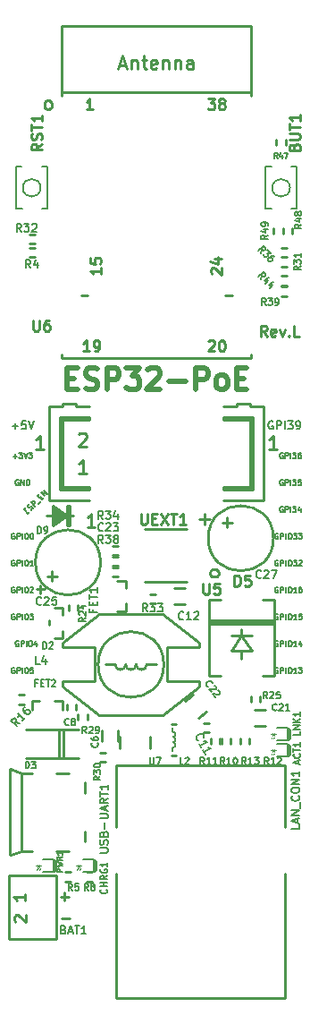
<source format=gbr>
G04 #@! TF.GenerationSoftware,KiCad,Pcbnew,5.1.6-c6e7f7d~87~ubuntu18.04.1*
G04 #@! TF.CreationDate,2022-10-06T15:06:41+03:00*
G04 #@! TF.ProjectId,ESP32-PoE_Rev_L,45535033-322d-4506-9f45-5f5265765f4c,L*
G04 #@! TF.SameCoordinates,Original*
G04 #@! TF.FileFunction,Legend,Top*
G04 #@! TF.FilePolarity,Positive*
%FSLAX46Y46*%
G04 Gerber Fmt 4.6, Leading zero omitted, Abs format (unit mm)*
G04 Created by KiCad (PCBNEW 5.1.6-c6e7f7d~87~ubuntu18.04.1) date 2022-10-06 15:06:41*
%MOMM*%
%LPD*%
G01*
G04 APERTURE LIST*
%ADD10C,0.254000*%
%ADD11C,0.190500*%
%ADD12C,0.127000*%
%ADD13C,0.508000*%
%ADD14C,0.200000*%
%ADD15C,0.100000*%
%ADD16C,0.050000*%
%ADD17C,0.600000*%
%ADD18C,0.158750*%
G04 APERTURE END LIST*
D10*
X98330657Y-131257523D02*
X97604942Y-131257523D01*
X97967800Y-131257523D02*
X97967800Y-129987523D01*
X97846847Y-130168952D01*
X97725895Y-130289904D01*
X97604942Y-130350380D01*
D11*
X115179928Y-121285000D02*
X115107357Y-121248714D01*
X114998500Y-121248714D01*
X114889642Y-121285000D01*
X114817071Y-121357571D01*
X114780785Y-121430142D01*
X114744500Y-121575285D01*
X114744500Y-121684142D01*
X114780785Y-121829285D01*
X114817071Y-121901857D01*
X114889642Y-121974428D01*
X114998500Y-122010714D01*
X115071071Y-122010714D01*
X115179928Y-121974428D01*
X115216214Y-121938142D01*
X115216214Y-121684142D01*
X115071071Y-121684142D01*
X115542785Y-122010714D02*
X115542785Y-121248714D01*
X115833071Y-121248714D01*
X115905642Y-121285000D01*
X115941928Y-121321285D01*
X115978214Y-121393857D01*
X115978214Y-121502714D01*
X115941928Y-121575285D01*
X115905642Y-121611571D01*
X115833071Y-121647857D01*
X115542785Y-121647857D01*
X116304785Y-122010714D02*
X116304785Y-121248714D01*
X116595071Y-121248714D02*
X117066785Y-121248714D01*
X116812785Y-121539000D01*
X116921642Y-121539000D01*
X116994214Y-121575285D01*
X117030500Y-121611571D01*
X117066785Y-121684142D01*
X117066785Y-121865571D01*
X117030500Y-121938142D01*
X116994214Y-121974428D01*
X116921642Y-122010714D01*
X116703928Y-122010714D01*
X116631357Y-121974428D01*
X116595071Y-121938142D01*
X117429642Y-122010714D02*
X117574785Y-122010714D01*
X117647357Y-121974428D01*
X117683642Y-121938142D01*
X117756214Y-121829285D01*
X117792500Y-121684142D01*
X117792500Y-121393857D01*
X117756214Y-121321285D01*
X117719928Y-121285000D01*
X117647357Y-121248714D01*
X117502214Y-121248714D01*
X117429642Y-121285000D01*
X117393357Y-121321285D01*
X117357071Y-121393857D01*
X117357071Y-121575285D01*
X117393357Y-121647857D01*
X117429642Y-121684142D01*
X117502214Y-121720428D01*
X117647357Y-121720428D01*
X117719928Y-121684142D01*
X117756214Y-121647857D01*
X117792500Y-121575285D01*
D12*
X116114285Y-124269500D02*
X116065904Y-124245309D01*
X115993333Y-124245309D01*
X115920761Y-124269500D01*
X115872380Y-124317880D01*
X115848190Y-124366261D01*
X115824000Y-124463023D01*
X115824000Y-124535595D01*
X115848190Y-124632357D01*
X115872380Y-124680738D01*
X115920761Y-124729119D01*
X115993333Y-124753309D01*
X116041714Y-124753309D01*
X116114285Y-124729119D01*
X116138476Y-124704928D01*
X116138476Y-124535595D01*
X116041714Y-124535595D01*
X116356190Y-124753309D02*
X116356190Y-124245309D01*
X116549714Y-124245309D01*
X116598095Y-124269500D01*
X116622285Y-124293690D01*
X116646476Y-124342071D01*
X116646476Y-124414642D01*
X116622285Y-124463023D01*
X116598095Y-124487214D01*
X116549714Y-124511404D01*
X116356190Y-124511404D01*
X116864190Y-124753309D02*
X116864190Y-124245309D01*
X117057714Y-124245309D02*
X117372190Y-124245309D01*
X117202857Y-124438833D01*
X117275428Y-124438833D01*
X117323809Y-124463023D01*
X117348000Y-124487214D01*
X117372190Y-124535595D01*
X117372190Y-124656547D01*
X117348000Y-124704928D01*
X117323809Y-124729119D01*
X117275428Y-124753309D01*
X117130285Y-124753309D01*
X117081904Y-124729119D01*
X117057714Y-124704928D01*
X117807619Y-124245309D02*
X117710857Y-124245309D01*
X117662476Y-124269500D01*
X117638285Y-124293690D01*
X117589904Y-124366261D01*
X117565714Y-124463023D01*
X117565714Y-124656547D01*
X117589904Y-124704928D01*
X117614095Y-124729119D01*
X117662476Y-124753309D01*
X117759238Y-124753309D01*
X117807619Y-124729119D01*
X117831809Y-124704928D01*
X117856000Y-124656547D01*
X117856000Y-124535595D01*
X117831809Y-124487214D01*
X117807619Y-124463023D01*
X117759238Y-124438833D01*
X117662476Y-124438833D01*
X117614095Y-124463023D01*
X117589904Y-124487214D01*
X117565714Y-124535595D01*
X116114285Y-126809500D02*
X116065904Y-126785309D01*
X115993333Y-126785309D01*
X115920761Y-126809500D01*
X115872380Y-126857880D01*
X115848190Y-126906261D01*
X115824000Y-127003023D01*
X115824000Y-127075595D01*
X115848190Y-127172357D01*
X115872380Y-127220738D01*
X115920761Y-127269119D01*
X115993333Y-127293309D01*
X116041714Y-127293309D01*
X116114285Y-127269119D01*
X116138476Y-127244928D01*
X116138476Y-127075595D01*
X116041714Y-127075595D01*
X116356190Y-127293309D02*
X116356190Y-126785309D01*
X116549714Y-126785309D01*
X116598095Y-126809500D01*
X116622285Y-126833690D01*
X116646476Y-126882071D01*
X116646476Y-126954642D01*
X116622285Y-127003023D01*
X116598095Y-127027214D01*
X116549714Y-127051404D01*
X116356190Y-127051404D01*
X116864190Y-127293309D02*
X116864190Y-126785309D01*
X117057714Y-126785309D02*
X117372190Y-126785309D01*
X117202857Y-126978833D01*
X117275428Y-126978833D01*
X117323809Y-127003023D01*
X117348000Y-127027214D01*
X117372190Y-127075595D01*
X117372190Y-127196547D01*
X117348000Y-127244928D01*
X117323809Y-127269119D01*
X117275428Y-127293309D01*
X117130285Y-127293309D01*
X117081904Y-127269119D01*
X117057714Y-127244928D01*
X117831809Y-126785309D02*
X117589904Y-126785309D01*
X117565714Y-127027214D01*
X117589904Y-127003023D01*
X117638285Y-126978833D01*
X117759238Y-126978833D01*
X117807619Y-127003023D01*
X117831809Y-127027214D01*
X117856000Y-127075595D01*
X117856000Y-127196547D01*
X117831809Y-127244928D01*
X117807619Y-127269119D01*
X117759238Y-127293309D01*
X117638285Y-127293309D01*
X117589904Y-127269119D01*
X117565714Y-127244928D01*
X116114285Y-129349500D02*
X116065904Y-129325309D01*
X115993333Y-129325309D01*
X115920761Y-129349500D01*
X115872380Y-129397880D01*
X115848190Y-129446261D01*
X115824000Y-129543023D01*
X115824000Y-129615595D01*
X115848190Y-129712357D01*
X115872380Y-129760738D01*
X115920761Y-129809119D01*
X115993333Y-129833309D01*
X116041714Y-129833309D01*
X116114285Y-129809119D01*
X116138476Y-129784928D01*
X116138476Y-129615595D01*
X116041714Y-129615595D01*
X116356190Y-129833309D02*
X116356190Y-129325309D01*
X116549714Y-129325309D01*
X116598095Y-129349500D01*
X116622285Y-129373690D01*
X116646476Y-129422071D01*
X116646476Y-129494642D01*
X116622285Y-129543023D01*
X116598095Y-129567214D01*
X116549714Y-129591404D01*
X116356190Y-129591404D01*
X116864190Y-129833309D02*
X116864190Y-129325309D01*
X117057714Y-129325309D02*
X117372190Y-129325309D01*
X117202857Y-129518833D01*
X117275428Y-129518833D01*
X117323809Y-129543023D01*
X117348000Y-129567214D01*
X117372190Y-129615595D01*
X117372190Y-129736547D01*
X117348000Y-129784928D01*
X117323809Y-129809119D01*
X117275428Y-129833309D01*
X117130285Y-129833309D01*
X117081904Y-129809119D01*
X117057714Y-129784928D01*
X117807619Y-129494642D02*
X117807619Y-129833309D01*
X117686666Y-129301119D02*
X117565714Y-129663976D01*
X117880190Y-129663976D01*
X115657690Y-131889500D02*
X115609309Y-131865309D01*
X115536738Y-131865309D01*
X115464166Y-131889500D01*
X115415785Y-131937880D01*
X115391595Y-131986261D01*
X115367404Y-132083023D01*
X115367404Y-132155595D01*
X115391595Y-132252357D01*
X115415785Y-132300738D01*
X115464166Y-132349119D01*
X115536738Y-132373309D01*
X115585119Y-132373309D01*
X115657690Y-132349119D01*
X115681880Y-132324928D01*
X115681880Y-132155595D01*
X115585119Y-132155595D01*
X115899595Y-132373309D02*
X115899595Y-131865309D01*
X116093119Y-131865309D01*
X116141500Y-131889500D01*
X116165690Y-131913690D01*
X116189880Y-131962071D01*
X116189880Y-132034642D01*
X116165690Y-132083023D01*
X116141500Y-132107214D01*
X116093119Y-132131404D01*
X115899595Y-132131404D01*
X116407595Y-132373309D02*
X116407595Y-131865309D01*
X116746261Y-131865309D02*
X116843023Y-131865309D01*
X116891404Y-131889500D01*
X116939785Y-131937880D01*
X116963976Y-132034642D01*
X116963976Y-132203976D01*
X116939785Y-132300738D01*
X116891404Y-132349119D01*
X116843023Y-132373309D01*
X116746261Y-132373309D01*
X116697880Y-132349119D01*
X116649500Y-132300738D01*
X116625309Y-132203976D01*
X116625309Y-132034642D01*
X116649500Y-131937880D01*
X116697880Y-131889500D01*
X116746261Y-131865309D01*
X117133309Y-131865309D02*
X117447785Y-131865309D01*
X117278452Y-132058833D01*
X117351023Y-132058833D01*
X117399404Y-132083023D01*
X117423595Y-132107214D01*
X117447785Y-132155595D01*
X117447785Y-132276547D01*
X117423595Y-132324928D01*
X117399404Y-132349119D01*
X117351023Y-132373309D01*
X117205880Y-132373309D01*
X117157500Y-132349119D01*
X117133309Y-132324928D01*
X117617119Y-131865309D02*
X117931595Y-131865309D01*
X117762261Y-132058833D01*
X117834833Y-132058833D01*
X117883214Y-132083023D01*
X117907404Y-132107214D01*
X117931595Y-132155595D01*
X117931595Y-132276547D01*
X117907404Y-132324928D01*
X117883214Y-132349119D01*
X117834833Y-132373309D01*
X117689690Y-132373309D01*
X117641309Y-132349119D01*
X117617119Y-132324928D01*
X115657690Y-134429500D02*
X115609309Y-134405309D01*
X115536738Y-134405309D01*
X115464166Y-134429500D01*
X115415785Y-134477880D01*
X115391595Y-134526261D01*
X115367404Y-134623023D01*
X115367404Y-134695595D01*
X115391595Y-134792357D01*
X115415785Y-134840738D01*
X115464166Y-134889119D01*
X115536738Y-134913309D01*
X115585119Y-134913309D01*
X115657690Y-134889119D01*
X115681880Y-134864928D01*
X115681880Y-134695595D01*
X115585119Y-134695595D01*
X115899595Y-134913309D02*
X115899595Y-134405309D01*
X116093119Y-134405309D01*
X116141500Y-134429500D01*
X116165690Y-134453690D01*
X116189880Y-134502071D01*
X116189880Y-134574642D01*
X116165690Y-134623023D01*
X116141500Y-134647214D01*
X116093119Y-134671404D01*
X115899595Y-134671404D01*
X116407595Y-134913309D02*
X116407595Y-134405309D01*
X116746261Y-134405309D02*
X116843023Y-134405309D01*
X116891404Y-134429500D01*
X116939785Y-134477880D01*
X116963976Y-134574642D01*
X116963976Y-134743976D01*
X116939785Y-134840738D01*
X116891404Y-134889119D01*
X116843023Y-134913309D01*
X116746261Y-134913309D01*
X116697880Y-134889119D01*
X116649500Y-134840738D01*
X116625309Y-134743976D01*
X116625309Y-134574642D01*
X116649500Y-134477880D01*
X116697880Y-134429500D01*
X116746261Y-134405309D01*
X117133309Y-134405309D02*
X117447785Y-134405309D01*
X117278452Y-134598833D01*
X117351023Y-134598833D01*
X117399404Y-134623023D01*
X117423595Y-134647214D01*
X117447785Y-134695595D01*
X117447785Y-134816547D01*
X117423595Y-134864928D01*
X117399404Y-134889119D01*
X117351023Y-134913309D01*
X117205880Y-134913309D01*
X117157500Y-134889119D01*
X117133309Y-134864928D01*
X117641309Y-134453690D02*
X117665500Y-134429500D01*
X117713880Y-134405309D01*
X117834833Y-134405309D01*
X117883214Y-134429500D01*
X117907404Y-134453690D01*
X117931595Y-134502071D01*
X117931595Y-134550452D01*
X117907404Y-134623023D01*
X117617119Y-134913309D01*
X117931595Y-134913309D01*
X115657690Y-136969500D02*
X115609309Y-136945309D01*
X115536738Y-136945309D01*
X115464166Y-136969500D01*
X115415785Y-137017880D01*
X115391595Y-137066261D01*
X115367404Y-137163023D01*
X115367404Y-137235595D01*
X115391595Y-137332357D01*
X115415785Y-137380738D01*
X115464166Y-137429119D01*
X115536738Y-137453309D01*
X115585119Y-137453309D01*
X115657690Y-137429119D01*
X115681880Y-137404928D01*
X115681880Y-137235595D01*
X115585119Y-137235595D01*
X115899595Y-137453309D02*
X115899595Y-136945309D01*
X116093119Y-136945309D01*
X116141500Y-136969500D01*
X116165690Y-136993690D01*
X116189880Y-137042071D01*
X116189880Y-137114642D01*
X116165690Y-137163023D01*
X116141500Y-137187214D01*
X116093119Y-137211404D01*
X115899595Y-137211404D01*
X116407595Y-137453309D02*
X116407595Y-136945309D01*
X116746261Y-136945309D02*
X116843023Y-136945309D01*
X116891404Y-136969500D01*
X116939785Y-137017880D01*
X116963976Y-137114642D01*
X116963976Y-137283976D01*
X116939785Y-137380738D01*
X116891404Y-137429119D01*
X116843023Y-137453309D01*
X116746261Y-137453309D01*
X116697880Y-137429119D01*
X116649500Y-137380738D01*
X116625309Y-137283976D01*
X116625309Y-137114642D01*
X116649500Y-137017880D01*
X116697880Y-136969500D01*
X116746261Y-136945309D01*
X117447785Y-137453309D02*
X117157500Y-137453309D01*
X117302642Y-137453309D02*
X117302642Y-136945309D01*
X117254261Y-137017880D01*
X117205880Y-137066261D01*
X117157500Y-137090452D01*
X117883214Y-136945309D02*
X117786452Y-136945309D01*
X117738071Y-136969500D01*
X117713880Y-136993690D01*
X117665500Y-137066261D01*
X117641309Y-137163023D01*
X117641309Y-137356547D01*
X117665500Y-137404928D01*
X117689690Y-137429119D01*
X117738071Y-137453309D01*
X117834833Y-137453309D01*
X117883214Y-137429119D01*
X117907404Y-137404928D01*
X117931595Y-137356547D01*
X117931595Y-137235595D01*
X117907404Y-137187214D01*
X117883214Y-137163023D01*
X117834833Y-137138833D01*
X117738071Y-137138833D01*
X117689690Y-137163023D01*
X117665500Y-137187214D01*
X117641309Y-137235595D01*
X115657690Y-139509500D02*
X115609309Y-139485309D01*
X115536738Y-139485309D01*
X115464166Y-139509500D01*
X115415785Y-139557880D01*
X115391595Y-139606261D01*
X115367404Y-139703023D01*
X115367404Y-139775595D01*
X115391595Y-139872357D01*
X115415785Y-139920738D01*
X115464166Y-139969119D01*
X115536738Y-139993309D01*
X115585119Y-139993309D01*
X115657690Y-139969119D01*
X115681880Y-139944928D01*
X115681880Y-139775595D01*
X115585119Y-139775595D01*
X115899595Y-139993309D02*
X115899595Y-139485309D01*
X116093119Y-139485309D01*
X116141500Y-139509500D01*
X116165690Y-139533690D01*
X116189880Y-139582071D01*
X116189880Y-139654642D01*
X116165690Y-139703023D01*
X116141500Y-139727214D01*
X116093119Y-139751404D01*
X115899595Y-139751404D01*
X116407595Y-139993309D02*
X116407595Y-139485309D01*
X116746261Y-139485309D02*
X116843023Y-139485309D01*
X116891404Y-139509500D01*
X116939785Y-139557880D01*
X116963976Y-139654642D01*
X116963976Y-139823976D01*
X116939785Y-139920738D01*
X116891404Y-139969119D01*
X116843023Y-139993309D01*
X116746261Y-139993309D01*
X116697880Y-139969119D01*
X116649500Y-139920738D01*
X116625309Y-139823976D01*
X116625309Y-139654642D01*
X116649500Y-139557880D01*
X116697880Y-139509500D01*
X116746261Y-139485309D01*
X117447785Y-139993309D02*
X117157500Y-139993309D01*
X117302642Y-139993309D02*
X117302642Y-139485309D01*
X117254261Y-139557880D01*
X117205880Y-139606261D01*
X117157500Y-139630452D01*
X117907404Y-139485309D02*
X117665500Y-139485309D01*
X117641309Y-139727214D01*
X117665500Y-139703023D01*
X117713880Y-139678833D01*
X117834833Y-139678833D01*
X117883214Y-139703023D01*
X117907404Y-139727214D01*
X117931595Y-139775595D01*
X117931595Y-139896547D01*
X117907404Y-139944928D01*
X117883214Y-139969119D01*
X117834833Y-139993309D01*
X117713880Y-139993309D01*
X117665500Y-139969119D01*
X117641309Y-139944928D01*
X115657690Y-142049500D02*
X115609309Y-142025309D01*
X115536738Y-142025309D01*
X115464166Y-142049500D01*
X115415785Y-142097880D01*
X115391595Y-142146261D01*
X115367404Y-142243023D01*
X115367404Y-142315595D01*
X115391595Y-142412357D01*
X115415785Y-142460738D01*
X115464166Y-142509119D01*
X115536738Y-142533309D01*
X115585119Y-142533309D01*
X115657690Y-142509119D01*
X115681880Y-142484928D01*
X115681880Y-142315595D01*
X115585119Y-142315595D01*
X115899595Y-142533309D02*
X115899595Y-142025309D01*
X116093119Y-142025309D01*
X116141500Y-142049500D01*
X116165690Y-142073690D01*
X116189880Y-142122071D01*
X116189880Y-142194642D01*
X116165690Y-142243023D01*
X116141500Y-142267214D01*
X116093119Y-142291404D01*
X115899595Y-142291404D01*
X116407595Y-142533309D02*
X116407595Y-142025309D01*
X116746261Y-142025309D02*
X116843023Y-142025309D01*
X116891404Y-142049500D01*
X116939785Y-142097880D01*
X116963976Y-142194642D01*
X116963976Y-142363976D01*
X116939785Y-142460738D01*
X116891404Y-142509119D01*
X116843023Y-142533309D01*
X116746261Y-142533309D01*
X116697880Y-142509119D01*
X116649500Y-142460738D01*
X116625309Y-142363976D01*
X116625309Y-142194642D01*
X116649500Y-142097880D01*
X116697880Y-142049500D01*
X116746261Y-142025309D01*
X117447785Y-142533309D02*
X117157500Y-142533309D01*
X117302642Y-142533309D02*
X117302642Y-142025309D01*
X117254261Y-142097880D01*
X117205880Y-142146261D01*
X117157500Y-142170452D01*
X117883214Y-142194642D02*
X117883214Y-142533309D01*
X117762261Y-142001119D02*
X117641309Y-142363976D01*
X117955785Y-142363976D01*
X115657690Y-144589500D02*
X115609309Y-144565309D01*
X115536738Y-144565309D01*
X115464166Y-144589500D01*
X115415785Y-144637880D01*
X115391595Y-144686261D01*
X115367404Y-144783023D01*
X115367404Y-144855595D01*
X115391595Y-144952357D01*
X115415785Y-145000738D01*
X115464166Y-145049119D01*
X115536738Y-145073309D01*
X115585119Y-145073309D01*
X115657690Y-145049119D01*
X115681880Y-145024928D01*
X115681880Y-144855595D01*
X115585119Y-144855595D01*
X115899595Y-145073309D02*
X115899595Y-144565309D01*
X116093119Y-144565309D01*
X116141500Y-144589500D01*
X116165690Y-144613690D01*
X116189880Y-144662071D01*
X116189880Y-144734642D01*
X116165690Y-144783023D01*
X116141500Y-144807214D01*
X116093119Y-144831404D01*
X115899595Y-144831404D01*
X116407595Y-145073309D02*
X116407595Y-144565309D01*
X116746261Y-144565309D02*
X116843023Y-144565309D01*
X116891404Y-144589500D01*
X116939785Y-144637880D01*
X116963976Y-144734642D01*
X116963976Y-144903976D01*
X116939785Y-145000738D01*
X116891404Y-145049119D01*
X116843023Y-145073309D01*
X116746261Y-145073309D01*
X116697880Y-145049119D01*
X116649500Y-145000738D01*
X116625309Y-144903976D01*
X116625309Y-144734642D01*
X116649500Y-144637880D01*
X116697880Y-144589500D01*
X116746261Y-144565309D01*
X117447785Y-145073309D02*
X117157500Y-145073309D01*
X117302642Y-145073309D02*
X117302642Y-144565309D01*
X117254261Y-144637880D01*
X117205880Y-144686261D01*
X117157500Y-144710452D01*
X117617119Y-144565309D02*
X117931595Y-144565309D01*
X117762261Y-144758833D01*
X117834833Y-144758833D01*
X117883214Y-144783023D01*
X117907404Y-144807214D01*
X117931595Y-144855595D01*
X117931595Y-144976547D01*
X117907404Y-145024928D01*
X117883214Y-145049119D01*
X117834833Y-145073309D01*
X117689690Y-145073309D01*
X117641309Y-145049119D01*
X117617119Y-145024928D01*
X90690095Y-144589500D02*
X90641714Y-144565309D01*
X90569142Y-144565309D01*
X90496571Y-144589500D01*
X90448190Y-144637880D01*
X90424000Y-144686261D01*
X90399809Y-144783023D01*
X90399809Y-144855595D01*
X90424000Y-144952357D01*
X90448190Y-145000738D01*
X90496571Y-145049119D01*
X90569142Y-145073309D01*
X90617523Y-145073309D01*
X90690095Y-145049119D01*
X90714285Y-145024928D01*
X90714285Y-144855595D01*
X90617523Y-144855595D01*
X90932000Y-145073309D02*
X90932000Y-144565309D01*
X91125523Y-144565309D01*
X91173904Y-144589500D01*
X91198095Y-144613690D01*
X91222285Y-144662071D01*
X91222285Y-144734642D01*
X91198095Y-144783023D01*
X91173904Y-144807214D01*
X91125523Y-144831404D01*
X90932000Y-144831404D01*
X91440000Y-145073309D02*
X91440000Y-144565309D01*
X91778666Y-144565309D02*
X91875428Y-144565309D01*
X91923809Y-144589500D01*
X91972190Y-144637880D01*
X91996380Y-144734642D01*
X91996380Y-144903976D01*
X91972190Y-145000738D01*
X91923809Y-145049119D01*
X91875428Y-145073309D01*
X91778666Y-145073309D01*
X91730285Y-145049119D01*
X91681904Y-145000738D01*
X91657714Y-144903976D01*
X91657714Y-144734642D01*
X91681904Y-144637880D01*
X91730285Y-144589500D01*
X91778666Y-144565309D01*
X92456000Y-144565309D02*
X92214095Y-144565309D01*
X92189904Y-144807214D01*
X92214095Y-144783023D01*
X92262476Y-144758833D01*
X92383428Y-144758833D01*
X92431809Y-144783023D01*
X92456000Y-144807214D01*
X92480190Y-144855595D01*
X92480190Y-144976547D01*
X92456000Y-145024928D01*
X92431809Y-145049119D01*
X92383428Y-145073309D01*
X92262476Y-145073309D01*
X92214095Y-145049119D01*
X92189904Y-145024928D01*
X91071095Y-142049500D02*
X91022714Y-142025309D01*
X90950142Y-142025309D01*
X90877571Y-142049500D01*
X90829190Y-142097880D01*
X90805000Y-142146261D01*
X90780809Y-142243023D01*
X90780809Y-142315595D01*
X90805000Y-142412357D01*
X90829190Y-142460738D01*
X90877571Y-142509119D01*
X90950142Y-142533309D01*
X90998523Y-142533309D01*
X91071095Y-142509119D01*
X91095285Y-142484928D01*
X91095285Y-142315595D01*
X90998523Y-142315595D01*
X91313000Y-142533309D02*
X91313000Y-142025309D01*
X91506523Y-142025309D01*
X91554904Y-142049500D01*
X91579095Y-142073690D01*
X91603285Y-142122071D01*
X91603285Y-142194642D01*
X91579095Y-142243023D01*
X91554904Y-142267214D01*
X91506523Y-142291404D01*
X91313000Y-142291404D01*
X91821000Y-142533309D02*
X91821000Y-142025309D01*
X92159666Y-142025309D02*
X92256428Y-142025309D01*
X92304809Y-142049500D01*
X92353190Y-142097880D01*
X92377380Y-142194642D01*
X92377380Y-142363976D01*
X92353190Y-142460738D01*
X92304809Y-142509119D01*
X92256428Y-142533309D01*
X92159666Y-142533309D01*
X92111285Y-142509119D01*
X92062904Y-142460738D01*
X92038714Y-142363976D01*
X92038714Y-142194642D01*
X92062904Y-142097880D01*
X92111285Y-142049500D01*
X92159666Y-142025309D01*
X92812809Y-142194642D02*
X92812809Y-142533309D01*
X92691857Y-142001119D02*
X92570904Y-142363976D01*
X92885380Y-142363976D01*
X90690095Y-139509500D02*
X90641714Y-139485309D01*
X90569142Y-139485309D01*
X90496571Y-139509500D01*
X90448190Y-139557880D01*
X90424000Y-139606261D01*
X90399809Y-139703023D01*
X90399809Y-139775595D01*
X90424000Y-139872357D01*
X90448190Y-139920738D01*
X90496571Y-139969119D01*
X90569142Y-139993309D01*
X90617523Y-139993309D01*
X90690095Y-139969119D01*
X90714285Y-139944928D01*
X90714285Y-139775595D01*
X90617523Y-139775595D01*
X90932000Y-139993309D02*
X90932000Y-139485309D01*
X91125523Y-139485309D01*
X91173904Y-139509500D01*
X91198095Y-139533690D01*
X91222285Y-139582071D01*
X91222285Y-139654642D01*
X91198095Y-139703023D01*
X91173904Y-139727214D01*
X91125523Y-139751404D01*
X90932000Y-139751404D01*
X91440000Y-139993309D02*
X91440000Y-139485309D01*
X91778666Y-139485309D02*
X91875428Y-139485309D01*
X91923809Y-139509500D01*
X91972190Y-139557880D01*
X91996380Y-139654642D01*
X91996380Y-139823976D01*
X91972190Y-139920738D01*
X91923809Y-139969119D01*
X91875428Y-139993309D01*
X91778666Y-139993309D01*
X91730285Y-139969119D01*
X91681904Y-139920738D01*
X91657714Y-139823976D01*
X91657714Y-139654642D01*
X91681904Y-139557880D01*
X91730285Y-139509500D01*
X91778666Y-139485309D01*
X92165714Y-139485309D02*
X92480190Y-139485309D01*
X92310857Y-139678833D01*
X92383428Y-139678833D01*
X92431809Y-139703023D01*
X92456000Y-139727214D01*
X92480190Y-139775595D01*
X92480190Y-139896547D01*
X92456000Y-139944928D01*
X92431809Y-139969119D01*
X92383428Y-139993309D01*
X92238285Y-139993309D01*
X92189904Y-139969119D01*
X92165714Y-139944928D01*
X90690095Y-136969500D02*
X90641714Y-136945309D01*
X90569142Y-136945309D01*
X90496571Y-136969500D01*
X90448190Y-137017880D01*
X90424000Y-137066261D01*
X90399809Y-137163023D01*
X90399809Y-137235595D01*
X90424000Y-137332357D01*
X90448190Y-137380738D01*
X90496571Y-137429119D01*
X90569142Y-137453309D01*
X90617523Y-137453309D01*
X90690095Y-137429119D01*
X90714285Y-137404928D01*
X90714285Y-137235595D01*
X90617523Y-137235595D01*
X90932000Y-137453309D02*
X90932000Y-136945309D01*
X91125523Y-136945309D01*
X91173904Y-136969500D01*
X91198095Y-136993690D01*
X91222285Y-137042071D01*
X91222285Y-137114642D01*
X91198095Y-137163023D01*
X91173904Y-137187214D01*
X91125523Y-137211404D01*
X90932000Y-137211404D01*
X91440000Y-137453309D02*
X91440000Y-136945309D01*
X91778666Y-136945309D02*
X91875428Y-136945309D01*
X91923809Y-136969500D01*
X91972190Y-137017880D01*
X91996380Y-137114642D01*
X91996380Y-137283976D01*
X91972190Y-137380738D01*
X91923809Y-137429119D01*
X91875428Y-137453309D01*
X91778666Y-137453309D01*
X91730285Y-137429119D01*
X91681904Y-137380738D01*
X91657714Y-137283976D01*
X91657714Y-137114642D01*
X91681904Y-137017880D01*
X91730285Y-136969500D01*
X91778666Y-136945309D01*
X92189904Y-136993690D02*
X92214095Y-136969500D01*
X92262476Y-136945309D01*
X92383428Y-136945309D01*
X92431809Y-136969500D01*
X92456000Y-136993690D01*
X92480190Y-137042071D01*
X92480190Y-137090452D01*
X92456000Y-137163023D01*
X92165714Y-137453309D01*
X92480190Y-137453309D01*
X90690095Y-134429500D02*
X90641714Y-134405309D01*
X90569142Y-134405309D01*
X90496571Y-134429500D01*
X90448190Y-134477880D01*
X90424000Y-134526261D01*
X90399809Y-134623023D01*
X90399809Y-134695595D01*
X90424000Y-134792357D01*
X90448190Y-134840738D01*
X90496571Y-134889119D01*
X90569142Y-134913309D01*
X90617523Y-134913309D01*
X90690095Y-134889119D01*
X90714285Y-134864928D01*
X90714285Y-134695595D01*
X90617523Y-134695595D01*
X90932000Y-134913309D02*
X90932000Y-134405309D01*
X91125523Y-134405309D01*
X91173904Y-134429500D01*
X91198095Y-134453690D01*
X91222285Y-134502071D01*
X91222285Y-134574642D01*
X91198095Y-134623023D01*
X91173904Y-134647214D01*
X91125523Y-134671404D01*
X90932000Y-134671404D01*
X91440000Y-134913309D02*
X91440000Y-134405309D01*
X91778666Y-134405309D02*
X91875428Y-134405309D01*
X91923809Y-134429500D01*
X91972190Y-134477880D01*
X91996380Y-134574642D01*
X91996380Y-134743976D01*
X91972190Y-134840738D01*
X91923809Y-134889119D01*
X91875428Y-134913309D01*
X91778666Y-134913309D01*
X91730285Y-134889119D01*
X91681904Y-134840738D01*
X91657714Y-134743976D01*
X91657714Y-134574642D01*
X91681904Y-134477880D01*
X91730285Y-134429500D01*
X91778666Y-134405309D01*
X92480190Y-134913309D02*
X92189904Y-134913309D01*
X92335047Y-134913309D02*
X92335047Y-134405309D01*
X92286666Y-134477880D01*
X92238285Y-134526261D01*
X92189904Y-134550452D01*
X90690095Y-131889500D02*
X90641714Y-131865309D01*
X90569142Y-131865309D01*
X90496571Y-131889500D01*
X90448190Y-131937880D01*
X90424000Y-131986261D01*
X90399809Y-132083023D01*
X90399809Y-132155595D01*
X90424000Y-132252357D01*
X90448190Y-132300738D01*
X90496571Y-132349119D01*
X90569142Y-132373309D01*
X90617523Y-132373309D01*
X90690095Y-132349119D01*
X90714285Y-132324928D01*
X90714285Y-132155595D01*
X90617523Y-132155595D01*
X90932000Y-132373309D02*
X90932000Y-131865309D01*
X91125523Y-131865309D01*
X91173904Y-131889500D01*
X91198095Y-131913690D01*
X91222285Y-131962071D01*
X91222285Y-132034642D01*
X91198095Y-132083023D01*
X91173904Y-132107214D01*
X91125523Y-132131404D01*
X90932000Y-132131404D01*
X91440000Y-132373309D02*
X91440000Y-131865309D01*
X91778666Y-131865309D02*
X91875428Y-131865309D01*
X91923809Y-131889500D01*
X91972190Y-131937880D01*
X91996380Y-132034642D01*
X91996380Y-132203976D01*
X91972190Y-132300738D01*
X91923809Y-132349119D01*
X91875428Y-132373309D01*
X91778666Y-132373309D01*
X91730285Y-132349119D01*
X91681904Y-132300738D01*
X91657714Y-132203976D01*
X91657714Y-132034642D01*
X91681904Y-131937880D01*
X91730285Y-131889500D01*
X91778666Y-131865309D01*
X92310857Y-131865309D02*
X92359238Y-131865309D01*
X92407619Y-131889500D01*
X92431809Y-131913690D01*
X92456000Y-131962071D01*
X92480190Y-132058833D01*
X92480190Y-132179785D01*
X92456000Y-132276547D01*
X92431809Y-132324928D01*
X92407619Y-132349119D01*
X92359238Y-132373309D01*
X92310857Y-132373309D01*
X92262476Y-132349119D01*
X92238285Y-132324928D01*
X92214095Y-132276547D01*
X92189904Y-132179785D01*
X92189904Y-132058833D01*
X92214095Y-131962071D01*
X92238285Y-131913690D01*
X92262476Y-131889500D01*
X92310857Y-131865309D01*
X91769211Y-129794472D02*
X91888948Y-129674736D01*
X92128421Y-129811578D02*
X91957369Y-129982630D01*
X91598158Y-129623420D01*
X91769211Y-129452367D01*
X92248158Y-129657630D02*
X92316579Y-129623420D01*
X92402105Y-129537894D01*
X92419210Y-129486578D01*
X92419210Y-129452367D01*
X92402105Y-129401052D01*
X92367895Y-129366841D01*
X92316579Y-129349736D01*
X92282368Y-129349736D01*
X92231053Y-129366841D01*
X92145526Y-129418157D01*
X92094211Y-129435262D01*
X92060000Y-129435262D01*
X92008684Y-129418157D01*
X91974474Y-129383946D01*
X91957369Y-129332631D01*
X91957369Y-129298420D01*
X91974474Y-129247104D01*
X92060000Y-129161578D01*
X92128421Y-129127368D01*
X92624473Y-129315525D02*
X92265263Y-128956315D01*
X92402105Y-128819473D01*
X92453421Y-128802368D01*
X92487631Y-128802368D01*
X92538947Y-128819473D01*
X92590263Y-128870789D01*
X92607368Y-128922105D01*
X92607368Y-128956315D01*
X92590263Y-129007631D01*
X92453421Y-129144473D01*
X92932368Y-129076052D02*
X93206052Y-128802368D01*
X93069210Y-128494474D02*
X93188946Y-128374737D01*
X93428420Y-128511579D02*
X93257367Y-128682631D01*
X92898157Y-128323421D01*
X93069210Y-128152369D01*
X93582367Y-128357632D02*
X93223157Y-127998421D01*
X93787630Y-128152369D01*
X93428420Y-127793158D01*
X91052952Y-126809500D02*
X91004571Y-126785309D01*
X90932000Y-126785309D01*
X90859428Y-126809500D01*
X90811047Y-126857880D01*
X90786857Y-126906261D01*
X90762666Y-127003023D01*
X90762666Y-127075595D01*
X90786857Y-127172357D01*
X90811047Y-127220738D01*
X90859428Y-127269119D01*
X90932000Y-127293309D01*
X90980380Y-127293309D01*
X91052952Y-127269119D01*
X91077142Y-127244928D01*
X91077142Y-127075595D01*
X90980380Y-127075595D01*
X91294857Y-127293309D02*
X91294857Y-126785309D01*
X91585142Y-127293309D01*
X91585142Y-126785309D01*
X91827047Y-127293309D02*
X91827047Y-126785309D01*
X91948000Y-126785309D01*
X92020571Y-126809500D01*
X92068952Y-126857880D01*
X92093142Y-126906261D01*
X92117333Y-127003023D01*
X92117333Y-127075595D01*
X92093142Y-127172357D01*
X92068952Y-127220738D01*
X92020571Y-127269119D01*
X91948000Y-127293309D01*
X91827047Y-127293309D01*
X90544952Y-124559785D02*
X90932000Y-124559785D01*
X90738476Y-124753309D02*
X90738476Y-124366261D01*
X91125523Y-124245309D02*
X91440000Y-124245309D01*
X91270666Y-124438833D01*
X91343238Y-124438833D01*
X91391619Y-124463023D01*
X91415809Y-124487214D01*
X91440000Y-124535595D01*
X91440000Y-124656547D01*
X91415809Y-124704928D01*
X91391619Y-124729119D01*
X91343238Y-124753309D01*
X91198095Y-124753309D01*
X91149714Y-124729119D01*
X91125523Y-124704928D01*
X91585142Y-124245309D02*
X91754476Y-124753309D01*
X91923809Y-124245309D01*
X92044761Y-124245309D02*
X92359238Y-124245309D01*
X92189904Y-124438833D01*
X92262476Y-124438833D01*
X92310857Y-124463023D01*
X92335047Y-124487214D01*
X92359238Y-124535595D01*
X92359238Y-124656547D01*
X92335047Y-124704928D01*
X92310857Y-124729119D01*
X92262476Y-124753309D01*
X92117333Y-124753309D01*
X92068952Y-124729119D01*
X92044761Y-124704928D01*
D11*
X90460285Y-121720428D02*
X91040857Y-121720428D01*
X90750571Y-122010714D02*
X90750571Y-121430142D01*
X91766571Y-121248714D02*
X91403714Y-121248714D01*
X91367428Y-121611571D01*
X91403714Y-121575285D01*
X91476285Y-121539000D01*
X91657714Y-121539000D01*
X91730285Y-121575285D01*
X91766571Y-121611571D01*
X91802857Y-121684142D01*
X91802857Y-121865571D01*
X91766571Y-121938142D01*
X91730285Y-121974428D01*
X91657714Y-122010714D01*
X91476285Y-122010714D01*
X91403714Y-121974428D01*
X91367428Y-121938142D01*
X92020571Y-121248714D02*
X92274571Y-122010714D01*
X92528571Y-121248714D01*
D10*
X95891047Y-168329428D02*
X95116952Y-168329428D01*
X95449571Y-166630047D02*
X95449571Y-165855952D01*
X95836619Y-166243000D02*
X95062523Y-166243000D01*
X115551857Y-123891523D02*
X114826142Y-123891523D01*
X115189000Y-123891523D02*
X115189000Y-122621523D01*
X115068047Y-122802952D01*
X114947095Y-122923904D01*
X114826142Y-122984380D01*
X93453857Y-123891523D02*
X92728142Y-123891523D01*
X93091000Y-123891523D02*
X93091000Y-122621523D01*
X92970047Y-122802952D01*
X92849095Y-122923904D01*
X92728142Y-122984380D01*
D13*
X95673333Y-117202857D02*
X96350666Y-117202857D01*
X96640952Y-118267238D02*
X95673333Y-118267238D01*
X95673333Y-116235238D01*
X96640952Y-116235238D01*
X97415047Y-118170476D02*
X97705333Y-118267238D01*
X98189142Y-118267238D01*
X98382666Y-118170476D01*
X98479428Y-118073714D01*
X98576190Y-117880190D01*
X98576190Y-117686666D01*
X98479428Y-117493142D01*
X98382666Y-117396380D01*
X98189142Y-117299619D01*
X97802095Y-117202857D01*
X97608571Y-117106095D01*
X97511809Y-117009333D01*
X97415047Y-116815809D01*
X97415047Y-116622285D01*
X97511809Y-116428761D01*
X97608571Y-116332000D01*
X97802095Y-116235238D01*
X98285904Y-116235238D01*
X98576190Y-116332000D01*
X99447047Y-118267238D02*
X99447047Y-116235238D01*
X100221142Y-116235238D01*
X100414666Y-116332000D01*
X100511428Y-116428761D01*
X100608190Y-116622285D01*
X100608190Y-116912571D01*
X100511428Y-117106095D01*
X100414666Y-117202857D01*
X100221142Y-117299619D01*
X99447047Y-117299619D01*
X101285523Y-116235238D02*
X102543428Y-116235238D01*
X101866095Y-117009333D01*
X102156380Y-117009333D01*
X102349904Y-117106095D01*
X102446666Y-117202857D01*
X102543428Y-117396380D01*
X102543428Y-117880190D01*
X102446666Y-118073714D01*
X102349904Y-118170476D01*
X102156380Y-118267238D01*
X101575809Y-118267238D01*
X101382285Y-118170476D01*
X101285523Y-118073714D01*
X103317523Y-116428761D02*
X103414285Y-116332000D01*
X103607809Y-116235238D01*
X104091619Y-116235238D01*
X104285142Y-116332000D01*
X104381904Y-116428761D01*
X104478666Y-116622285D01*
X104478666Y-116815809D01*
X104381904Y-117106095D01*
X103220761Y-118267238D01*
X104478666Y-118267238D01*
X105349523Y-117493142D02*
X106897714Y-117493142D01*
X107865333Y-118267238D02*
X107865333Y-116235238D01*
X108639428Y-116235238D01*
X108832952Y-116332000D01*
X108929714Y-116428761D01*
X109026476Y-116622285D01*
X109026476Y-116912571D01*
X108929714Y-117106095D01*
X108832952Y-117202857D01*
X108639428Y-117299619D01*
X107865333Y-117299619D01*
X110187619Y-118267238D02*
X109994095Y-118170476D01*
X109897333Y-118073714D01*
X109800571Y-117880190D01*
X109800571Y-117299619D01*
X109897333Y-117106095D01*
X109994095Y-117009333D01*
X110187619Y-116912571D01*
X110477904Y-116912571D01*
X110671428Y-117009333D01*
X110768190Y-117106095D01*
X110864952Y-117299619D01*
X110864952Y-117880190D01*
X110768190Y-118073714D01*
X110671428Y-118170476D01*
X110477904Y-118267238D01*
X110187619Y-118267238D01*
X111735809Y-117202857D02*
X112413142Y-117202857D01*
X112703428Y-118267238D02*
X111735809Y-118267238D01*
X111735809Y-116235238D01*
X112703428Y-116235238D01*
D10*
X114612057Y-113235619D02*
X114273390Y-112751809D01*
X114031485Y-113235619D02*
X114031485Y-112219619D01*
X114418533Y-112219619D01*
X114515295Y-112268000D01*
X114563676Y-112316380D01*
X114612057Y-112413142D01*
X114612057Y-112558285D01*
X114563676Y-112655047D01*
X114515295Y-112703428D01*
X114418533Y-112751809D01*
X114031485Y-112751809D01*
X115434533Y-113187238D02*
X115337771Y-113235619D01*
X115144247Y-113235619D01*
X115047485Y-113187238D01*
X114999104Y-113090476D01*
X114999104Y-112703428D01*
X115047485Y-112606666D01*
X115144247Y-112558285D01*
X115337771Y-112558285D01*
X115434533Y-112606666D01*
X115482914Y-112703428D01*
X115482914Y-112800190D01*
X114999104Y-112896952D01*
X115821580Y-112558285D02*
X116063485Y-113235619D01*
X116305390Y-112558285D01*
X116692438Y-113138857D02*
X116740819Y-113187238D01*
X116692438Y-113235619D01*
X116644057Y-113187238D01*
X116692438Y-113138857D01*
X116692438Y-113235619D01*
X117660057Y-113235619D02*
X117176247Y-113235619D01*
X117176247Y-112219619D01*
X115228021Y-132334000D02*
G75*
G03*
X115228021Y-132334000I-3087021J0D01*
G01*
D12*
X116798738Y-99187000D02*
G75*
G03*
X116798738Y-99187000I-839738J0D01*
G01*
X116898000Y-101187000D02*
X117456800Y-101187000D01*
X114461200Y-101187000D02*
X115070800Y-101187000D01*
X116898000Y-97187000D02*
X117456800Y-97187000D01*
X114462000Y-97187000D02*
X115020800Y-97187000D01*
X117459000Y-101187000D02*
X117459000Y-97187000D01*
X114459000Y-101187000D02*
X114459000Y-97187000D01*
X93160738Y-99187000D02*
G75*
G03*
X93160738Y-99187000I-839738J0D01*
G01*
X93260000Y-101187000D02*
X93818800Y-101187000D01*
X90823200Y-101187000D02*
X91432800Y-101187000D01*
X93260000Y-97187000D02*
X93818800Y-97187000D01*
X90824000Y-97187000D02*
X91382800Y-97187000D01*
X93821000Y-101187000D02*
X93821000Y-97187000D01*
X90821000Y-101187000D02*
X90821000Y-97187000D01*
D10*
X103505000Y-151079200D02*
X103505000Y-152209500D01*
X100698300Y-151079200D02*
X100698300Y-152209500D01*
X108086822Y-149331863D02*
X108887441Y-148706351D01*
X106835797Y-147730625D02*
X107636416Y-147105113D01*
D14*
X105641000Y-152134000D02*
X105641000Y-152484000D01*
X105641000Y-150634000D02*
X105641000Y-150284000D01*
D10*
X105591000Y-149884000D02*
X105991000Y-149884000D01*
X105591000Y-152884000D02*
X105991000Y-152884000D01*
D14*
X105691000Y-151134000D02*
G75*
G02*
X105691000Y-151634000I0J-250000D01*
G01*
X105691000Y-150634000D02*
G75*
G02*
X105691000Y-151134000I0J-250000D01*
G01*
X105691000Y-151634000D02*
G75*
G02*
X105691000Y-152134000I0J-250000D01*
G01*
D10*
X100331000Y-153846000D02*
X116331000Y-153846000D01*
X116331000Y-153846000D02*
X116331000Y-159616000D01*
X116331000Y-164046000D02*
X116331000Y-175846000D01*
X116331000Y-175846000D02*
X100331000Y-175846000D01*
X100331000Y-175846000D02*
X100331000Y-164046000D01*
X100331000Y-159616000D02*
X100331000Y-153846000D01*
X108839000Y-150685500D02*
X108585000Y-150685500D01*
X108839000Y-150685500D02*
X109093000Y-150685500D01*
X108839000Y-149796500D02*
X109093000Y-149796500D01*
X108839000Y-149796500D02*
X108585000Y-149796500D01*
X100457000Y-150495000D02*
X100457000Y-151511000D01*
X98933000Y-150495000D02*
X98933000Y-151511000D01*
X91313000Y-148018500D02*
X91059000Y-148018500D01*
X91313000Y-148018500D02*
X91567000Y-148018500D01*
X91313000Y-147129500D02*
X91567000Y-147129500D01*
X91313000Y-147129500D02*
X91059000Y-147129500D01*
X92329000Y-105727500D02*
X92075000Y-105727500D01*
X92329000Y-105727500D02*
X92583000Y-105727500D01*
X92329000Y-104838500D02*
X92583000Y-104838500D01*
X92329000Y-104838500D02*
X92075000Y-104838500D01*
D12*
X116586000Y-151460200D02*
X115570000Y-151460200D01*
X115570000Y-150241000D02*
X116586000Y-150241000D01*
D15*
X114929000Y-150876000D02*
X115449000Y-150876000D01*
X115099000Y-150766000D02*
X115099000Y-150986000D01*
X115099000Y-150766000D02*
X115209000Y-150866000D01*
X115099000Y-150986000D02*
X115199000Y-150886000D01*
X115289000Y-150766000D02*
X115289000Y-150986000D01*
D16*
X115366800Y-151121600D02*
X115236800Y-151231600D01*
X115235200Y-151230600D02*
X115315200Y-151220600D01*
X115235200Y-151230600D02*
X115235200Y-151150600D01*
X115019800Y-151230600D02*
X115019800Y-151150600D01*
X115019800Y-151230600D02*
X115099800Y-151220600D01*
X115159800Y-151100600D02*
X115029800Y-151210600D01*
D10*
X116598700Y-150304500D02*
X116751100Y-150431500D01*
X116598700Y-151396700D02*
X116738400Y-151269700D01*
X116751100Y-150431500D02*
X116751100Y-151257000D01*
X116586000Y-151358600D02*
X116586000Y-150317200D01*
D12*
X116586000Y-152984200D02*
X115570000Y-152984200D01*
X115570000Y-151765000D02*
X116586000Y-151765000D01*
D15*
X114929000Y-152400000D02*
X115449000Y-152400000D01*
X115099000Y-152290000D02*
X115099000Y-152510000D01*
X115099000Y-152290000D02*
X115209000Y-152390000D01*
X115099000Y-152510000D02*
X115199000Y-152410000D01*
X115289000Y-152290000D02*
X115289000Y-152510000D01*
D16*
X115366800Y-152645600D02*
X115236800Y-152755600D01*
X115235200Y-152754600D02*
X115315200Y-152744600D01*
X115235200Y-152754600D02*
X115235200Y-152674600D01*
X115019800Y-152754600D02*
X115019800Y-152674600D01*
X115019800Y-152754600D02*
X115099800Y-152744600D01*
X115159800Y-152624600D02*
X115029800Y-152734600D01*
D10*
X116598700Y-151828500D02*
X116751100Y-151955500D01*
X116598700Y-152920700D02*
X116738400Y-152793700D01*
X116751100Y-151955500D02*
X116751100Y-152781000D01*
X116586000Y-152882600D02*
X116586000Y-151841200D01*
X116205000Y-108394500D02*
X115951000Y-108394500D01*
X116205000Y-108394500D02*
X116459000Y-108394500D01*
X116205000Y-107505500D02*
X116459000Y-107505500D01*
X116205000Y-107505500D02*
X115951000Y-107505500D01*
X116205000Y-108521500D02*
X116459000Y-108521500D01*
X116205000Y-108521500D02*
X115951000Y-108521500D01*
X116205000Y-109410500D02*
X115951000Y-109410500D01*
X116205000Y-109410500D02*
X116459000Y-109410500D01*
X116205000Y-104838500D02*
X116459000Y-104838500D01*
X116205000Y-104838500D02*
X115951000Y-104838500D01*
X116205000Y-105727500D02*
X115951000Y-105727500D01*
X116205000Y-105727500D02*
X116459000Y-105727500D01*
X116205000Y-105727500D02*
X116459000Y-105727500D01*
X116205000Y-105727500D02*
X115951000Y-105727500D01*
X116205000Y-106616500D02*
X115951000Y-106616500D01*
X116205000Y-106616500D02*
X116459000Y-106616500D01*
X99060000Y-152590500D02*
X98806000Y-152590500D01*
X99060000Y-152590500D02*
X99314000Y-152590500D01*
X99060000Y-153479500D02*
X99314000Y-153479500D01*
X99060000Y-153479500D02*
X98806000Y-153479500D01*
X96710500Y-149225000D02*
X96710500Y-149479000D01*
X96710500Y-149225000D02*
X96710500Y-148971000D01*
X97599500Y-149225000D02*
X97599500Y-148971000D01*
X97599500Y-149225000D02*
X97599500Y-149479000D01*
X113982500Y-147574000D02*
X113982500Y-147828000D01*
X113982500Y-147574000D02*
X113982500Y-147320000D01*
X113093500Y-147574000D02*
X113093500Y-147320000D01*
X113093500Y-147574000D02*
X113093500Y-147828000D01*
X95758000Y-164782500D02*
X95504000Y-164782500D01*
X95758000Y-164782500D02*
X96012000Y-164782500D01*
X95758000Y-163893500D02*
X96012000Y-163893500D01*
X95758000Y-163893500D02*
X95504000Y-163893500D01*
X111188500Y-151511000D02*
X111188500Y-151257000D01*
X111188500Y-151511000D02*
X111188500Y-151765000D01*
X112077500Y-151511000D02*
X112077500Y-151765000D01*
X112077500Y-151511000D02*
X112077500Y-151257000D01*
X112077500Y-151511000D02*
X112077500Y-151257000D01*
X112077500Y-151511000D02*
X112077500Y-151765000D01*
X112966500Y-151511000D02*
X112966500Y-151765000D01*
X112966500Y-151511000D02*
X112966500Y-151257000D01*
X109283500Y-151511000D02*
X109283500Y-151257000D01*
X109283500Y-151511000D02*
X109283500Y-151765000D01*
X110172500Y-151511000D02*
X110172500Y-151765000D01*
X110172500Y-151511000D02*
X110172500Y-151257000D01*
X110299500Y-151511000D02*
X110299500Y-151257000D01*
X110299500Y-151511000D02*
X110299500Y-151765000D01*
X111188500Y-151511000D02*
X111188500Y-151765000D01*
X111188500Y-151511000D02*
X111188500Y-151257000D01*
X97790000Y-163893500D02*
X98044000Y-163893500D01*
X97790000Y-163893500D02*
X97536000Y-163893500D01*
X97790000Y-164782500D02*
X97536000Y-164782500D01*
X97790000Y-164782500D02*
X98044000Y-164782500D01*
X95821500Y-138938000D02*
X95821500Y-138684000D01*
X95821500Y-138938000D02*
X95821500Y-139192000D01*
X96710500Y-138938000D02*
X96710500Y-139192000D01*
X96710500Y-138938000D02*
X96710500Y-138684000D01*
X96520000Y-148336000D02*
X96520000Y-148590000D01*
X96520000Y-148336000D02*
X96520000Y-148082000D01*
X95631000Y-148336000D02*
X95631000Y-148082000D01*
X95631000Y-148336000D02*
X95631000Y-148590000D01*
X99327000Y-144272000D02*
X100227000Y-144272000D01*
X103227000Y-144272000D02*
X104127000Y-144272000D01*
X104838270Y-144272000D02*
G75*
G03*
X104838270Y-144272000I-3111270J0D01*
G01*
X108227000Y-146372000D02*
X104727000Y-149072000D01*
X108227000Y-145872000D02*
X108227000Y-146372000D01*
X105127000Y-145872000D02*
X108227000Y-145872000D01*
X105127000Y-142672000D02*
X105127000Y-145872000D01*
X108227000Y-142672000D02*
X105127000Y-142672000D01*
X108227000Y-142172000D02*
X108227000Y-142672000D01*
X104727000Y-139472000D02*
X108227000Y-142172000D01*
X98727000Y-139472000D02*
X104727000Y-139472000D01*
X95227000Y-142172000D02*
X98727000Y-139472000D01*
X95227000Y-142672000D02*
X95227000Y-142172000D01*
X98327000Y-142672000D02*
X95227000Y-142672000D01*
X98327000Y-145872000D02*
X98327000Y-142672000D01*
X95227000Y-145872000D02*
X98327000Y-145872000D01*
X95227000Y-146372000D02*
X95227000Y-145872000D01*
X98727000Y-149072000D02*
X95227000Y-146372000D01*
X104727000Y-149072000D02*
X98727000Y-149072000D01*
X102227000Y-144272000D02*
G75*
G02*
X101227000Y-144272000I-500000J0D01*
G01*
X101227000Y-144272000D02*
G75*
G02*
X100227000Y-144272000I-500000J0D01*
G01*
X103227000Y-144272000D02*
G75*
G02*
X102227000Y-144272000I-500000J0D01*
G01*
X112217200Y-142932000D02*
X112217200Y-143732000D01*
X112217200Y-141532000D02*
X112217200Y-140932000D01*
X109117200Y-145332000D02*
X110217200Y-145332000D01*
X115317200Y-145332000D02*
X114217200Y-145332000D01*
X109117200Y-138132000D02*
X110217200Y-138132000D01*
X115317200Y-138132000D02*
X114217200Y-138132000D01*
X111217200Y-141532000D02*
X113217200Y-141532000D01*
X111217200Y-142932000D02*
X112217200Y-141532000D01*
X113217200Y-142932000D02*
X112217200Y-141532000D01*
X111217200Y-142932000D02*
X113217200Y-142932000D01*
X109117200Y-145332000D02*
X109117200Y-138132000D01*
X115317200Y-138132000D02*
X115317200Y-145332000D01*
D17*
X115117200Y-140232000D02*
X109317200Y-140232000D01*
D10*
X94924000Y-153115000D02*
X94924000Y-150415000D01*
X91734000Y-153115000D02*
X96734000Y-153115000D01*
X95364000Y-153115000D02*
X95364000Y-150415000D01*
X96734000Y-150415000D02*
X91734000Y-150415000D01*
D12*
X94361000Y-163906200D02*
X93345000Y-163906200D01*
X93345000Y-162687000D02*
X94361000Y-162687000D01*
D15*
X92704000Y-163322000D02*
X93224000Y-163322000D01*
X92874000Y-163212000D02*
X92874000Y-163432000D01*
X92874000Y-163212000D02*
X92984000Y-163312000D01*
X92874000Y-163432000D02*
X92974000Y-163332000D01*
X93064000Y-163212000D02*
X93064000Y-163432000D01*
D16*
X93141800Y-163567600D02*
X93011800Y-163677600D01*
X93010200Y-163676600D02*
X93090200Y-163666600D01*
X93010200Y-163676600D02*
X93010200Y-163596600D01*
X92794800Y-163676600D02*
X92794800Y-163596600D01*
X92794800Y-163676600D02*
X92874800Y-163666600D01*
X92934800Y-163546600D02*
X92804800Y-163656600D01*
D10*
X94373700Y-162750500D02*
X94526100Y-162877500D01*
X94373700Y-163842700D02*
X94513400Y-163715700D01*
X94526100Y-162877500D02*
X94526100Y-163703000D01*
X94361000Y-163804600D02*
X94361000Y-162763200D01*
X114427000Y-150114000D02*
X113411000Y-150114000D01*
X114427000Y-148590000D02*
X113411000Y-148590000D01*
D12*
X98171000Y-163906200D02*
X97155000Y-163906200D01*
X97155000Y-162687000D02*
X98171000Y-162687000D01*
D15*
X96514000Y-163322000D02*
X97034000Y-163322000D01*
X96684000Y-163212000D02*
X96684000Y-163432000D01*
X96684000Y-163212000D02*
X96794000Y-163312000D01*
X96684000Y-163432000D02*
X96784000Y-163332000D01*
X96874000Y-163212000D02*
X96874000Y-163432000D01*
D16*
X96951800Y-163567600D02*
X96821800Y-163677600D01*
X96820200Y-163676600D02*
X96900200Y-163666600D01*
X96820200Y-163676600D02*
X96820200Y-163596600D01*
X96604800Y-163676600D02*
X96604800Y-163596600D01*
X96604800Y-163676600D02*
X96684800Y-163666600D01*
X96744800Y-163546600D02*
X96614800Y-163656600D01*
D10*
X98183700Y-162750500D02*
X98336100Y-162877500D01*
X98183700Y-163842700D02*
X98323400Y-163715700D01*
X98336100Y-162877500D02*
X98336100Y-163703000D01*
X98171000Y-163804600D02*
X98171000Y-162763200D01*
X90297000Y-154178000D02*
X91313000Y-154559000D01*
X90297000Y-162306000D02*
X91313000Y-161925000D01*
X95826000Y-161942000D02*
X94626000Y-161942000D01*
X91326000Y-154542000D02*
X92326000Y-154542000D01*
X90226000Y-162306000D02*
X90226000Y-154178000D01*
X92326000Y-161942000D02*
X91326000Y-161942000D01*
X97326000Y-161042000D02*
X97326000Y-160042000D01*
X97326000Y-156442000D02*
X97326000Y-155442000D01*
X95826000Y-154542000D02*
X94626000Y-154542000D01*
X91326000Y-161942000D02*
X91326000Y-154542000D01*
X95211900Y-147736560D02*
X94500700Y-147736560D01*
X95211900Y-148574760D02*
X95211900Y-147736560D01*
X92367100Y-148574760D02*
X92367100Y-147736560D01*
X93078300Y-147736560D02*
X92367100Y-147736560D01*
X101219000Y-139217400D02*
X101219000Y-138506200D01*
X100380800Y-139217400D02*
X101219000Y-139217400D01*
X100380800Y-136372600D02*
X101219000Y-136372600D01*
X101219000Y-137083800D02*
X101219000Y-136372600D01*
X116395500Y-94869000D02*
X116395500Y-95123000D01*
X116395500Y-94869000D02*
X116395500Y-94615000D01*
X115506500Y-94869000D02*
X115506500Y-94615000D01*
X115506500Y-94869000D02*
X115506500Y-95123000D01*
X115252500Y-103251000D02*
X115252500Y-102997000D01*
X115252500Y-103251000D02*
X115252500Y-103505000D01*
X116141500Y-103251000D02*
X116141500Y-103505000D01*
X116141500Y-103251000D02*
X116141500Y-102997000D01*
X117030500Y-103251000D02*
X117030500Y-103505000D01*
X117030500Y-103251000D02*
X117030500Y-102997000D01*
X116141500Y-103251000D02*
X116141500Y-102997000D01*
X116141500Y-103251000D02*
X116141500Y-103505000D01*
X93954600Y-140131800D02*
X93954600Y-140538200D01*
X95275400Y-141757400D02*
X94488000Y-141757400D01*
X95275400Y-141097000D02*
X95275400Y-141757400D01*
X95275400Y-138912600D02*
X95275400Y-139573000D01*
X94488000Y-138912600D02*
X95275400Y-138912600D01*
X112776000Y-121031000D02*
X113284000Y-121031000D01*
X112903000Y-127635000D02*
X113157000Y-127635000D01*
X95504000Y-127635000D02*
X95123000Y-127635000D01*
X95504000Y-121031000D02*
X95123000Y-121031000D01*
X95250000Y-121158000D02*
X97790000Y-121158000D01*
X110490000Y-121158000D02*
X113030000Y-121158000D01*
X113030000Y-127508000D02*
X113030000Y-121158000D01*
X95250000Y-121158000D02*
X95250000Y-127508000D01*
X93980000Y-119888000D02*
X95250000Y-119888000D01*
X114300000Y-128778000D02*
X110490000Y-128778000D01*
X114300000Y-128778000D02*
X114300000Y-119888000D01*
X93980000Y-119888000D02*
X93980000Y-128778000D01*
X113030000Y-127508000D02*
X110490000Y-127508000D01*
X97790000Y-127508000D02*
X95250000Y-127508000D01*
X113030000Y-119888000D02*
X113030000Y-119634000D01*
X113030000Y-119634000D02*
X111760000Y-119634000D01*
X111760000Y-119888000D02*
X111760000Y-119634000D01*
X113030000Y-119888000D02*
X114300000Y-119888000D01*
X110490000Y-119888000D02*
X111760000Y-119888000D01*
X96520000Y-119634000D02*
X95250000Y-119634000D01*
X95250000Y-119634000D02*
X95250000Y-119888000D01*
X96520000Y-119634000D02*
X96520000Y-119888000D01*
X96520000Y-119888000D02*
X97790000Y-119888000D01*
X110490000Y-127762000D02*
X113284000Y-127762000D01*
X113284000Y-127762000D02*
X113284000Y-120904000D01*
X113284000Y-120904000D02*
X110490000Y-120904000D01*
X97790000Y-120904000D02*
X94996000Y-120904000D01*
X94996000Y-120904000D02*
X94996000Y-127762000D01*
X94996000Y-127762000D02*
X97790000Y-127762000D01*
X97790000Y-128778000D02*
X93980000Y-128778000D01*
X110490000Y-121158000D02*
X110490000Y-120904000D01*
X110490000Y-127762000D02*
X110490000Y-127508000D01*
X97790000Y-127762000D02*
X97790000Y-127508000D01*
X97790000Y-121158000D02*
X97790000Y-120904000D01*
X92329000Y-104457500D02*
X92075000Y-104457500D01*
X92329000Y-104457500D02*
X92583000Y-104457500D01*
X92329000Y-103568500D02*
X92583000Y-103568500D01*
X92329000Y-103568500D02*
X92075000Y-103568500D01*
X100203000Y-134937500D02*
X99949000Y-134937500D01*
X100203000Y-134937500D02*
X100457000Y-134937500D01*
X100203000Y-134048500D02*
X100457000Y-134048500D01*
X100203000Y-134048500D02*
X99949000Y-134048500D01*
X103759000Y-138493500D02*
X103505000Y-138493500D01*
X103759000Y-138493500D02*
X104013000Y-138493500D01*
X103759000Y-137604500D02*
X104013000Y-137604500D01*
X103759000Y-137604500D02*
X103505000Y-137604500D01*
X100203000Y-133921500D02*
X100457000Y-133921500D01*
X100203000Y-133921500D02*
X99949000Y-133921500D01*
X100203000Y-133032500D02*
X99949000Y-133032500D01*
X100203000Y-133032500D02*
X100457000Y-133032500D01*
X100203000Y-135953500D02*
X99949000Y-135953500D01*
X100203000Y-135953500D02*
X100457000Y-135953500D01*
X100203000Y-135064500D02*
X100457000Y-135064500D01*
X100203000Y-135064500D02*
X99949000Y-135064500D01*
X103029000Y-131485000D02*
X107029000Y-131485000D01*
X103029000Y-136485000D02*
X107029000Y-136485000D01*
X98845021Y-134620000D02*
G75*
G03*
X98845021Y-134620000I-3087021J0D01*
G01*
X95250000Y-130048000D02*
X95250000Y-130429000D01*
X95123000Y-129921000D02*
X95123000Y-130556000D01*
X94996000Y-129794000D02*
X94996000Y-130556000D01*
X94869000Y-129794000D02*
X94869000Y-130683000D01*
X94742000Y-130683000D02*
X94742000Y-129540000D01*
X94615000Y-129540000D02*
X94615000Y-130810000D01*
X94488000Y-130937000D02*
X94488000Y-129413000D01*
X95707200Y-129235200D02*
X95885000Y-129235200D01*
X95707200Y-131140200D02*
X95885000Y-131140200D01*
X95885000Y-129235200D02*
X95885000Y-131140200D01*
X94335600Y-129235200D02*
X94335600Y-131140200D01*
X95707200Y-129235200D02*
X95707200Y-131140200D01*
X95707200Y-130149600D02*
X94335600Y-131140200D01*
X94335600Y-129235200D02*
X95707200Y-130149600D01*
X93751400Y-130187700D02*
X96227900Y-130187700D01*
X106807000Y-137033000D02*
X105791000Y-137033000D01*
X106807000Y-138557000D02*
X105791000Y-138557000D01*
X111290000Y-109368000D02*
X110690000Y-109368000D01*
X96990000Y-109368000D02*
X97640000Y-109368000D01*
X113140000Y-115268000D02*
X113140000Y-114968000D01*
X95140000Y-115268000D02*
X95140000Y-114968000D01*
X95140000Y-115268000D02*
X113140000Y-115268000D01*
X95140000Y-83868000D02*
X95140000Y-90488000D01*
X113140000Y-83868000D02*
X113140000Y-90488000D01*
X95140000Y-90168000D02*
X113140000Y-90168000D01*
X95140000Y-83868000D02*
X113140000Y-83868000D01*
X94660720Y-164241480D02*
X90167460Y-164241480D01*
X94660720Y-170276520D02*
X94660720Y-164241480D01*
X90144600Y-170276520D02*
X94660720Y-170276520D01*
X90144600Y-164228780D02*
X90144600Y-170276520D01*
D11*
X114064142Y-136035142D02*
X114027857Y-136071428D01*
X113919000Y-136107714D01*
X113846428Y-136107714D01*
X113737571Y-136071428D01*
X113665000Y-135998857D01*
X113628714Y-135926285D01*
X113592428Y-135781142D01*
X113592428Y-135672285D01*
X113628714Y-135527142D01*
X113665000Y-135454571D01*
X113737571Y-135382000D01*
X113846428Y-135345714D01*
X113919000Y-135345714D01*
X114027857Y-135382000D01*
X114064142Y-135418285D01*
X114354428Y-135418285D02*
X114390714Y-135382000D01*
X114463285Y-135345714D01*
X114644714Y-135345714D01*
X114717285Y-135382000D01*
X114753571Y-135418285D01*
X114789857Y-135490857D01*
X114789857Y-135563428D01*
X114753571Y-135672285D01*
X114318142Y-136107714D01*
X114789857Y-136107714D01*
X115043857Y-135345714D02*
X115551857Y-135345714D01*
X115225285Y-136107714D01*
D10*
X110357190Y-130824714D02*
X111324809Y-130824714D01*
X110841000Y-131308523D02*
X110841000Y-130340904D01*
X108228190Y-130519714D02*
X109195809Y-130519714D01*
X108712000Y-131003523D02*
X108712000Y-130035904D01*
X117211928Y-95310476D02*
X117260309Y-95165333D01*
X117308690Y-95116952D01*
X117405452Y-95068571D01*
X117550595Y-95068571D01*
X117647357Y-95116952D01*
X117695738Y-95165333D01*
X117744119Y-95262095D01*
X117744119Y-95649142D01*
X116728119Y-95649142D01*
X116728119Y-95310476D01*
X116776500Y-95213714D01*
X116824880Y-95165333D01*
X116921642Y-95116952D01*
X117018404Y-95116952D01*
X117115166Y-95165333D01*
X117163547Y-95213714D01*
X117211928Y-95310476D01*
X117211928Y-95649142D01*
X116728119Y-94633142D02*
X117550595Y-94633142D01*
X117647357Y-94584761D01*
X117695738Y-94536380D01*
X117744119Y-94439619D01*
X117744119Y-94246095D01*
X117695738Y-94149333D01*
X117647357Y-94100952D01*
X117550595Y-94052571D01*
X116728119Y-94052571D01*
X116728119Y-93713904D02*
X116728119Y-93133333D01*
X117744119Y-93423619D02*
X116728119Y-93423619D01*
X117744119Y-92262476D02*
X117744119Y-92843047D01*
X117744119Y-92552761D02*
X116728119Y-92552761D01*
X116873261Y-92649523D01*
X116970023Y-92746285D01*
X117018404Y-92843047D01*
X93296619Y-95020190D02*
X92812809Y-95358857D01*
X93296619Y-95600761D02*
X92280619Y-95600761D01*
X92280619Y-95213714D01*
X92329000Y-95116952D01*
X92377380Y-95068571D01*
X92474142Y-95020190D01*
X92619285Y-95020190D01*
X92716047Y-95068571D01*
X92764428Y-95116952D01*
X92812809Y-95213714D01*
X92812809Y-95600761D01*
X93248238Y-94633142D02*
X93296619Y-94488000D01*
X93296619Y-94246095D01*
X93248238Y-94149333D01*
X93199857Y-94100952D01*
X93103095Y-94052571D01*
X93006333Y-94052571D01*
X92909571Y-94100952D01*
X92861190Y-94149333D01*
X92812809Y-94246095D01*
X92764428Y-94439619D01*
X92716047Y-94536380D01*
X92667666Y-94584761D01*
X92570904Y-94633142D01*
X92474142Y-94633142D01*
X92377380Y-94584761D01*
X92329000Y-94536380D01*
X92280619Y-94439619D01*
X92280619Y-94197714D01*
X92329000Y-94052571D01*
X92280619Y-93762285D02*
X92280619Y-93181714D01*
X93296619Y-93472000D02*
X92280619Y-93472000D01*
X93296619Y-92310857D02*
X93296619Y-92891428D01*
X93296619Y-92601142D02*
X92280619Y-92601142D01*
X92425761Y-92697904D01*
X92522523Y-92794666D01*
X92570904Y-92891428D01*
D18*
X103529190Y-153068261D02*
X103529190Y-153582309D01*
X103559428Y-153642785D01*
X103589666Y-153673023D01*
X103650142Y-153703261D01*
X103771095Y-153703261D01*
X103831571Y-153673023D01*
X103861809Y-153642785D01*
X103892047Y-153582309D01*
X103892047Y-153068261D01*
X104133952Y-153068261D02*
X104557285Y-153068261D01*
X104285142Y-153703261D01*
X109043968Y-146375945D02*
X109001524Y-146370734D01*
X108921846Y-146317867D01*
X108884614Y-146270211D01*
X108852592Y-146180110D01*
X108863015Y-146095222D01*
X108892055Y-146034161D01*
X108968750Y-145935867D01*
X109040234Y-145880018D01*
X109154162Y-145829380D01*
X109220434Y-145815975D01*
X109305323Y-145826398D01*
X109385000Y-145879266D01*
X109422233Y-145926922D01*
X109454255Y-146017022D01*
X109449043Y-146059466D01*
X109597975Y-146250090D02*
X109640419Y-146255301D01*
X109701480Y-146284341D01*
X109794562Y-146403480D01*
X109807967Y-146469753D01*
X109802755Y-146512197D01*
X109773716Y-146573258D01*
X109726060Y-146610491D01*
X109635960Y-146642512D01*
X109126627Y-146579974D01*
X109368641Y-146889737D01*
X109970303Y-146726649D02*
X110012748Y-146731860D01*
X110073808Y-146760900D01*
X110166891Y-146880039D01*
X110180295Y-146946312D01*
X110175084Y-146988756D01*
X110146044Y-147049817D01*
X110098389Y-147087050D01*
X110008288Y-147119071D01*
X109498956Y-147056533D01*
X109740969Y-147366296D01*
X106701166Y-153703261D02*
X106398785Y-153703261D01*
X106398785Y-153068261D01*
X106882595Y-153128738D02*
X106912833Y-153098500D01*
X106973309Y-153068261D01*
X107124500Y-153068261D01*
X107184976Y-153098500D01*
X107215214Y-153128738D01*
X107245452Y-153189214D01*
X107245452Y-153249690D01*
X107215214Y-153340404D01*
X106852357Y-153703261D01*
X107245452Y-153703261D01*
D11*
X117692714Y-159421285D02*
X117692714Y-159784142D01*
X116930714Y-159784142D01*
X117475000Y-159203571D02*
X117475000Y-158840714D01*
X117692714Y-159276142D02*
X116930714Y-159022142D01*
X117692714Y-158768142D01*
X117692714Y-158514142D02*
X116930714Y-158514142D01*
X117692714Y-158078714D01*
X116930714Y-158078714D01*
X117765285Y-157897285D02*
X117765285Y-157316714D01*
X117620142Y-156699857D02*
X117656428Y-156736142D01*
X117692714Y-156845000D01*
X117692714Y-156917571D01*
X117656428Y-157026428D01*
X117583857Y-157099000D01*
X117511285Y-157135285D01*
X117366142Y-157171571D01*
X117257285Y-157171571D01*
X117112142Y-157135285D01*
X117039571Y-157099000D01*
X116967000Y-157026428D01*
X116930714Y-156917571D01*
X116930714Y-156845000D01*
X116967000Y-156736142D01*
X117003285Y-156699857D01*
X116930714Y-156228142D02*
X116930714Y-156083000D01*
X116967000Y-156010428D01*
X117039571Y-155937857D01*
X117184714Y-155901571D01*
X117438714Y-155901571D01*
X117583857Y-155937857D01*
X117656428Y-156010428D01*
X117692714Y-156083000D01*
X117692714Y-156228142D01*
X117656428Y-156300714D01*
X117583857Y-156373285D01*
X117438714Y-156409571D01*
X117184714Y-156409571D01*
X117039571Y-156373285D01*
X116967000Y-156300714D01*
X116930714Y-156228142D01*
X117692714Y-155575000D02*
X116930714Y-155575000D01*
X117692714Y-155139571D01*
X116930714Y-155139571D01*
X117692714Y-154377571D02*
X117692714Y-154813000D01*
X117692714Y-154595285D02*
X116930714Y-154595285D01*
X117039571Y-154667857D01*
X117112142Y-154740428D01*
X117148428Y-154813000D01*
X108104388Y-151476842D02*
X108054821Y-151463561D01*
X107968968Y-151387431D01*
X107932682Y-151324582D01*
X107909678Y-151212166D01*
X107936241Y-151113031D01*
X107980947Y-151045321D01*
X108088502Y-150941326D01*
X108182775Y-150886897D01*
X108326615Y-150845750D01*
X108407606Y-150840889D01*
X108506741Y-150867452D01*
X108592594Y-150943582D01*
X108628880Y-151006431D01*
X108651884Y-151118846D01*
X108638602Y-151168414D01*
X108404397Y-152141615D02*
X108186682Y-151764523D01*
X108295540Y-151953069D02*
X108955451Y-151572069D01*
X108824892Y-151563649D01*
X108725758Y-151537086D01*
X108658048Y-151492380D01*
X108767254Y-152770102D02*
X108549540Y-152393010D01*
X108658397Y-152581556D02*
X109318308Y-152200556D01*
X109187749Y-152192136D01*
X109088615Y-152165573D01*
X109020905Y-152120867D01*
D18*
X98550185Y-151693033D02*
X98580423Y-151723271D01*
X98610661Y-151813985D01*
X98610661Y-151874461D01*
X98580423Y-151965176D01*
X98519947Y-152025652D01*
X98459471Y-152055890D01*
X98338519Y-152086128D01*
X98247804Y-152086128D01*
X98126852Y-152055890D01*
X98066376Y-152025652D01*
X98005900Y-151965176D01*
X97975661Y-151874461D01*
X97975661Y-151813985D01*
X98005900Y-151723271D01*
X98036138Y-151693033D01*
X97975661Y-151148747D02*
X97975661Y-151269700D01*
X98005900Y-151330176D01*
X98036138Y-151360414D01*
X98126852Y-151420890D01*
X98247804Y-151451128D01*
X98489709Y-151451128D01*
X98550185Y-151420890D01*
X98580423Y-151390652D01*
X98610661Y-151330176D01*
X98610661Y-151209223D01*
X98580423Y-151148747D01*
X98550185Y-151118509D01*
X98489709Y-151088271D01*
X98338519Y-151088271D01*
X98278042Y-151118509D01*
X98247804Y-151148747D01*
X98217566Y-151209223D01*
X98217566Y-151330176D01*
X98247804Y-151390652D01*
X98278042Y-151420890D01*
X98338519Y-151451128D01*
D11*
X91210368Y-149815131D02*
X90774184Y-149738157D01*
X90902474Y-150123025D02*
X90363658Y-149584210D01*
X90568921Y-149378947D01*
X90645895Y-149353289D01*
X90697211Y-149353289D01*
X90774184Y-149378947D01*
X90851158Y-149455920D01*
X90876816Y-149532894D01*
X90876816Y-149584210D01*
X90851158Y-149661183D01*
X90645895Y-149866446D01*
X91723525Y-149301973D02*
X91415631Y-149609868D01*
X91569578Y-149455920D02*
X91030763Y-148917105D01*
X91056421Y-149045394D01*
X91056421Y-149148026D01*
X91030763Y-149225000D01*
X91646552Y-148301316D02*
X91543920Y-148403948D01*
X91518262Y-148480921D01*
X91518262Y-148532237D01*
X91543920Y-148660526D01*
X91620894Y-148788816D01*
X91826157Y-148994079D01*
X91903131Y-149019737D01*
X91954446Y-149019737D01*
X92031420Y-148994079D01*
X92134051Y-148891447D01*
X92159709Y-148814474D01*
X92159709Y-148763158D01*
X92134051Y-148686184D01*
X92005762Y-148557895D01*
X91928788Y-148532237D01*
X91877473Y-148532237D01*
X91800499Y-148557895D01*
X91697868Y-148660526D01*
X91672210Y-148737500D01*
X91672210Y-148788816D01*
X91697868Y-148865789D01*
X92202000Y-106770714D02*
X91948000Y-106407857D01*
X91766571Y-106770714D02*
X91766571Y-106008714D01*
X92056857Y-106008714D01*
X92129428Y-106045000D01*
X92165714Y-106081285D01*
X92202000Y-106153857D01*
X92202000Y-106262714D01*
X92165714Y-106335285D01*
X92129428Y-106371571D01*
X92056857Y-106407857D01*
X91766571Y-106407857D01*
X92855142Y-106262714D02*
X92855142Y-106770714D01*
X92673714Y-105972428D02*
X92492285Y-106516714D01*
X92964000Y-106516714D01*
D18*
X117762261Y-150615952D02*
X117762261Y-150918333D01*
X117127261Y-150918333D01*
X117762261Y-150404285D02*
X117127261Y-150404285D01*
X117762261Y-150041428D01*
X117127261Y-150041428D01*
X117762261Y-149739047D02*
X117127261Y-149739047D01*
X117762261Y-149376190D02*
X117399404Y-149648333D01*
X117127261Y-149376190D02*
X117490119Y-149739047D01*
X117762261Y-148771428D02*
X117762261Y-149134285D01*
X117762261Y-148952857D02*
X117127261Y-148952857D01*
X117217976Y-149013333D01*
X117278452Y-149073809D01*
X117308690Y-149134285D01*
X117580833Y-153666976D02*
X117580833Y-153364595D01*
X117762261Y-153727452D02*
X117127261Y-153515785D01*
X117762261Y-153304119D01*
X117701785Y-152729595D02*
X117732023Y-152759833D01*
X117762261Y-152850547D01*
X117762261Y-152911023D01*
X117732023Y-153001738D01*
X117671547Y-153062214D01*
X117611071Y-153092452D01*
X117490119Y-153122690D01*
X117399404Y-153122690D01*
X117278452Y-153092452D01*
X117217976Y-153062214D01*
X117157500Y-153001738D01*
X117127261Y-152911023D01*
X117127261Y-152850547D01*
X117157500Y-152759833D01*
X117187738Y-152729595D01*
X117127261Y-152548166D02*
X117127261Y-152185309D01*
X117762261Y-152366738D02*
X117127261Y-152366738D01*
X117762261Y-151641023D02*
X117762261Y-152003880D01*
X117762261Y-151822452D02*
X117127261Y-151822452D01*
X117217976Y-151882928D01*
X117278452Y-151943404D01*
X117308690Y-152003880D01*
X114062224Y-107864473D02*
X114126368Y-107500987D01*
X113805645Y-107607895D02*
X114254658Y-107158882D01*
X114425710Y-107329934D01*
X114447092Y-107394079D01*
X114447092Y-107436842D01*
X114425710Y-107500987D01*
X114361565Y-107565131D01*
X114297421Y-107586513D01*
X114254658Y-107586513D01*
X114190513Y-107565131D01*
X114019460Y-107394079D01*
X114746434Y-107949999D02*
X114447092Y-108249341D01*
X114810578Y-107672039D02*
X114382947Y-107885855D01*
X114660907Y-108163815D01*
X115174065Y-108377631D02*
X114874723Y-108676973D01*
X115238209Y-108099670D02*
X114810578Y-108313486D01*
X115088539Y-108591446D01*
X114526785Y-110269261D02*
X114315119Y-109966880D01*
X114163928Y-110269261D02*
X114163928Y-109634261D01*
X114405833Y-109634261D01*
X114466309Y-109664500D01*
X114496547Y-109694738D01*
X114526785Y-109755214D01*
X114526785Y-109845928D01*
X114496547Y-109906404D01*
X114466309Y-109936642D01*
X114405833Y-109966880D01*
X114163928Y-109966880D01*
X114738452Y-109634261D02*
X115131547Y-109634261D01*
X114919880Y-109876166D01*
X115010595Y-109876166D01*
X115071071Y-109906404D01*
X115101309Y-109936642D01*
X115131547Y-109997119D01*
X115131547Y-110148309D01*
X115101309Y-110208785D01*
X115071071Y-110239023D01*
X115010595Y-110269261D01*
X114829166Y-110269261D01*
X114768690Y-110239023D01*
X114738452Y-110208785D01*
X115433928Y-110269261D02*
X115554880Y-110269261D01*
X115615357Y-110239023D01*
X115645595Y-110208785D01*
X115706071Y-110118071D01*
X115736309Y-109997119D01*
X115736309Y-109755214D01*
X115706071Y-109694738D01*
X115675833Y-109664500D01*
X115615357Y-109634261D01*
X115494404Y-109634261D01*
X115433928Y-109664500D01*
X115403690Y-109694738D01*
X115373452Y-109755214D01*
X115373452Y-109906404D01*
X115403690Y-109966880D01*
X115433928Y-109997119D01*
X115494404Y-110027357D01*
X115615357Y-110027357D01*
X115675833Y-109997119D01*
X115706071Y-109966880D01*
X115736309Y-109906404D01*
X114062224Y-105375273D02*
X114126368Y-105011787D01*
X113805645Y-105118695D02*
X114254658Y-104669682D01*
X114425710Y-104840734D01*
X114447092Y-104904879D01*
X114447092Y-104947642D01*
X114425710Y-105011787D01*
X114361565Y-105075931D01*
X114297421Y-105097313D01*
X114254658Y-105097313D01*
X114190513Y-105075931D01*
X114019460Y-104904879D01*
X114660907Y-105075931D02*
X114938868Y-105353892D01*
X114618144Y-105375273D01*
X114682289Y-105439418D01*
X114703670Y-105503563D01*
X114703670Y-105546326D01*
X114682289Y-105610470D01*
X114575381Y-105717378D01*
X114511236Y-105738760D01*
X114468473Y-105738760D01*
X114404329Y-105717378D01*
X114276039Y-105589089D01*
X114254658Y-105524944D01*
X114254658Y-105482181D01*
X115323736Y-105738760D02*
X115238209Y-105653234D01*
X115174065Y-105631852D01*
X115131302Y-105631852D01*
X115024394Y-105653234D01*
X114917486Y-105717378D01*
X114746434Y-105888431D01*
X114725052Y-105952575D01*
X114725052Y-105995339D01*
X114746434Y-106059483D01*
X114831960Y-106145009D01*
X114896104Y-106166391D01*
X114938868Y-106166391D01*
X115003012Y-106145009D01*
X115109920Y-106038102D01*
X115131302Y-105973957D01*
X115131302Y-105931194D01*
X115109920Y-105867049D01*
X115024394Y-105781523D01*
X114960249Y-105760141D01*
X114917486Y-105760141D01*
X114853341Y-105781523D01*
X117825761Y-106580214D02*
X117523380Y-106791880D01*
X117825761Y-106943071D02*
X117190761Y-106943071D01*
X117190761Y-106701166D01*
X117221000Y-106640690D01*
X117251238Y-106610452D01*
X117311714Y-106580214D01*
X117402428Y-106580214D01*
X117462904Y-106610452D01*
X117493142Y-106640690D01*
X117523380Y-106701166D01*
X117523380Y-106943071D01*
X117190761Y-106368547D02*
X117190761Y-105975452D01*
X117432666Y-106187119D01*
X117432666Y-106096404D01*
X117462904Y-106035928D01*
X117493142Y-106005690D01*
X117553619Y-105975452D01*
X117704809Y-105975452D01*
X117765285Y-106005690D01*
X117795523Y-106035928D01*
X117825761Y-106096404D01*
X117825761Y-106277833D01*
X117795523Y-106338309D01*
X117765285Y-106368547D01*
X117825761Y-105370690D02*
X117825761Y-105733547D01*
X117825761Y-105552119D02*
X117190761Y-105552119D01*
X117281476Y-105612595D01*
X117341952Y-105673071D01*
X117372190Y-105733547D01*
X98839261Y-154840214D02*
X98536880Y-155051880D01*
X98839261Y-155203071D02*
X98204261Y-155203071D01*
X98204261Y-154961166D01*
X98234500Y-154900690D01*
X98264738Y-154870452D01*
X98325214Y-154840214D01*
X98415928Y-154840214D01*
X98476404Y-154870452D01*
X98506642Y-154900690D01*
X98536880Y-154961166D01*
X98536880Y-155203071D01*
X98204261Y-154628547D02*
X98204261Y-154235452D01*
X98446166Y-154447119D01*
X98446166Y-154356404D01*
X98476404Y-154295928D01*
X98506642Y-154265690D01*
X98567119Y-154235452D01*
X98718309Y-154235452D01*
X98778785Y-154265690D01*
X98809023Y-154295928D01*
X98839261Y-154356404D01*
X98839261Y-154537833D01*
X98809023Y-154598309D01*
X98778785Y-154628547D01*
X98204261Y-153842357D02*
X98204261Y-153781880D01*
X98234500Y-153721404D01*
X98264738Y-153691166D01*
X98325214Y-153660928D01*
X98446166Y-153630690D01*
X98597357Y-153630690D01*
X98718309Y-153660928D01*
X98778785Y-153691166D01*
X98809023Y-153721404D01*
X98839261Y-153781880D01*
X98839261Y-153842357D01*
X98809023Y-153902833D01*
X98778785Y-153933071D01*
X98718309Y-153963309D01*
X98597357Y-153993547D01*
X98446166Y-153993547D01*
X98325214Y-153963309D01*
X98264738Y-153933071D01*
X98234500Y-153902833D01*
X98204261Y-153842357D01*
X97508785Y-150782261D02*
X97297119Y-150479880D01*
X97145928Y-150782261D02*
X97145928Y-150147261D01*
X97387833Y-150147261D01*
X97448309Y-150177500D01*
X97478547Y-150207738D01*
X97508785Y-150268214D01*
X97508785Y-150358928D01*
X97478547Y-150419404D01*
X97448309Y-150449642D01*
X97387833Y-150479880D01*
X97145928Y-150479880D01*
X97750690Y-150207738D02*
X97780928Y-150177500D01*
X97841404Y-150147261D01*
X97992595Y-150147261D01*
X98053071Y-150177500D01*
X98083309Y-150207738D01*
X98113547Y-150268214D01*
X98113547Y-150328690D01*
X98083309Y-150419404D01*
X97720452Y-150782261D01*
X98113547Y-150782261D01*
X98415928Y-150782261D02*
X98536880Y-150782261D01*
X98597357Y-150752023D01*
X98627595Y-150721785D01*
X98688071Y-150631071D01*
X98718309Y-150510119D01*
X98718309Y-150268214D01*
X98688071Y-150207738D01*
X98657833Y-150177500D01*
X98597357Y-150147261D01*
X98476404Y-150147261D01*
X98415928Y-150177500D01*
X98385690Y-150207738D01*
X98355452Y-150268214D01*
X98355452Y-150419404D01*
X98385690Y-150479880D01*
X98415928Y-150510119D01*
X98476404Y-150540357D01*
X98597357Y-150540357D01*
X98657833Y-150510119D01*
X98688071Y-150479880D01*
X98718309Y-150419404D01*
X114653785Y-147480261D02*
X114442119Y-147177880D01*
X114290928Y-147480261D02*
X114290928Y-146845261D01*
X114532833Y-146845261D01*
X114593309Y-146875500D01*
X114623547Y-146905738D01*
X114653785Y-146966214D01*
X114653785Y-147056928D01*
X114623547Y-147117404D01*
X114593309Y-147147642D01*
X114532833Y-147177880D01*
X114290928Y-147177880D01*
X114895690Y-146905738D02*
X114925928Y-146875500D01*
X114986404Y-146845261D01*
X115137595Y-146845261D01*
X115198071Y-146875500D01*
X115228309Y-146905738D01*
X115258547Y-146966214D01*
X115258547Y-147026690D01*
X115228309Y-147117404D01*
X114865452Y-147480261D01*
X115258547Y-147480261D01*
X115833071Y-146845261D02*
X115530690Y-146845261D01*
X115500452Y-147147642D01*
X115530690Y-147117404D01*
X115591166Y-147087166D01*
X115742357Y-147087166D01*
X115802833Y-147117404D01*
X115833071Y-147147642D01*
X115863309Y-147208119D01*
X115863309Y-147359309D01*
X115833071Y-147419785D01*
X115802833Y-147450023D01*
X115742357Y-147480261D01*
X115591166Y-147480261D01*
X115530690Y-147450023D01*
X115500452Y-147419785D01*
X96160166Y-165641261D02*
X95948500Y-165338880D01*
X95797309Y-165641261D02*
X95797309Y-165006261D01*
X96039214Y-165006261D01*
X96099690Y-165036500D01*
X96129928Y-165066738D01*
X96160166Y-165127214D01*
X96160166Y-165217928D01*
X96129928Y-165278404D01*
X96099690Y-165308642D01*
X96039214Y-165338880D01*
X95797309Y-165338880D01*
X96734690Y-165006261D02*
X96432309Y-165006261D01*
X96402071Y-165308642D01*
X96432309Y-165278404D01*
X96492785Y-165248166D01*
X96643976Y-165248166D01*
X96704452Y-165278404D01*
X96734690Y-165308642D01*
X96764928Y-165369119D01*
X96764928Y-165520309D01*
X96734690Y-165580785D01*
X96704452Y-165611023D01*
X96643976Y-165641261D01*
X96492785Y-165641261D01*
X96432309Y-165611023D01*
X96402071Y-165580785D01*
X112621785Y-153703261D02*
X112410119Y-153400880D01*
X112258928Y-153703261D02*
X112258928Y-153068261D01*
X112500833Y-153068261D01*
X112561309Y-153098500D01*
X112591547Y-153128738D01*
X112621785Y-153189214D01*
X112621785Y-153279928D01*
X112591547Y-153340404D01*
X112561309Y-153370642D01*
X112500833Y-153400880D01*
X112258928Y-153400880D01*
X113226547Y-153703261D02*
X112863690Y-153703261D01*
X113045119Y-153703261D02*
X113045119Y-153068261D01*
X112984642Y-153158976D01*
X112924166Y-153219452D01*
X112863690Y-153249690D01*
X113438214Y-153068261D02*
X113831309Y-153068261D01*
X113619642Y-153310166D01*
X113710357Y-153310166D01*
X113770833Y-153340404D01*
X113801071Y-153370642D01*
X113831309Y-153431119D01*
X113831309Y-153582309D01*
X113801071Y-153642785D01*
X113770833Y-153673023D01*
X113710357Y-153703261D01*
X113528928Y-153703261D01*
X113468452Y-153673023D01*
X113438214Y-153642785D01*
X114780785Y-153703261D02*
X114569119Y-153400880D01*
X114417928Y-153703261D02*
X114417928Y-153068261D01*
X114659833Y-153068261D01*
X114720309Y-153098500D01*
X114750547Y-153128738D01*
X114780785Y-153189214D01*
X114780785Y-153279928D01*
X114750547Y-153340404D01*
X114720309Y-153370642D01*
X114659833Y-153400880D01*
X114417928Y-153400880D01*
X115385547Y-153703261D02*
X115022690Y-153703261D01*
X115204119Y-153703261D02*
X115204119Y-153068261D01*
X115143642Y-153158976D01*
X115083166Y-153219452D01*
X115022690Y-153249690D01*
X115627452Y-153128738D02*
X115657690Y-153098500D01*
X115718166Y-153068261D01*
X115869357Y-153068261D01*
X115929833Y-153098500D01*
X115960071Y-153128738D01*
X115990309Y-153189214D01*
X115990309Y-153249690D01*
X115960071Y-153340404D01*
X115597214Y-153703261D01*
X115990309Y-153703261D01*
X108684785Y-153703261D02*
X108473119Y-153400880D01*
X108321928Y-153703261D02*
X108321928Y-153068261D01*
X108563833Y-153068261D01*
X108624309Y-153098500D01*
X108654547Y-153128738D01*
X108684785Y-153189214D01*
X108684785Y-153279928D01*
X108654547Y-153340404D01*
X108624309Y-153370642D01*
X108563833Y-153400880D01*
X108321928Y-153400880D01*
X109289547Y-153703261D02*
X108926690Y-153703261D01*
X109108119Y-153703261D02*
X109108119Y-153068261D01*
X109047642Y-153158976D01*
X108987166Y-153219452D01*
X108926690Y-153249690D01*
X109894309Y-153703261D02*
X109531452Y-153703261D01*
X109712880Y-153703261D02*
X109712880Y-153068261D01*
X109652404Y-153158976D01*
X109591928Y-153219452D01*
X109531452Y-153249690D01*
X110589785Y-153703261D02*
X110378119Y-153400880D01*
X110226928Y-153703261D02*
X110226928Y-153068261D01*
X110468833Y-153068261D01*
X110529309Y-153098500D01*
X110559547Y-153128738D01*
X110589785Y-153189214D01*
X110589785Y-153279928D01*
X110559547Y-153340404D01*
X110529309Y-153370642D01*
X110468833Y-153400880D01*
X110226928Y-153400880D01*
X111194547Y-153703261D02*
X110831690Y-153703261D01*
X111013119Y-153703261D02*
X111013119Y-153068261D01*
X110952642Y-153158976D01*
X110892166Y-153219452D01*
X110831690Y-153249690D01*
X111587642Y-153068261D02*
X111648119Y-153068261D01*
X111708595Y-153098500D01*
X111738833Y-153128738D01*
X111769071Y-153189214D01*
X111799309Y-153310166D01*
X111799309Y-153461357D01*
X111769071Y-153582309D01*
X111738833Y-153642785D01*
X111708595Y-153673023D01*
X111648119Y-153703261D01*
X111587642Y-153703261D01*
X111527166Y-153673023D01*
X111496928Y-153642785D01*
X111466690Y-153582309D01*
X111436452Y-153461357D01*
X111436452Y-153310166D01*
X111466690Y-153189214D01*
X111496928Y-153128738D01*
X111527166Y-153098500D01*
X111587642Y-153068261D01*
X97684166Y-165641261D02*
X97472500Y-165338880D01*
X97321309Y-165641261D02*
X97321309Y-165006261D01*
X97563214Y-165006261D01*
X97623690Y-165036500D01*
X97653928Y-165066738D01*
X97684166Y-165127214D01*
X97684166Y-165217928D01*
X97653928Y-165278404D01*
X97623690Y-165308642D01*
X97563214Y-165338880D01*
X97321309Y-165338880D01*
X98047023Y-165278404D02*
X97986547Y-165248166D01*
X97956309Y-165217928D01*
X97926071Y-165157452D01*
X97926071Y-165127214D01*
X97956309Y-165066738D01*
X97986547Y-165036500D01*
X98047023Y-165006261D01*
X98167976Y-165006261D01*
X98228452Y-165036500D01*
X98258690Y-165066738D01*
X98288928Y-165127214D01*
X98288928Y-165157452D01*
X98258690Y-165217928D01*
X98228452Y-165248166D01*
X98167976Y-165278404D01*
X98047023Y-165278404D01*
X97986547Y-165308642D01*
X97956309Y-165338880D01*
X97926071Y-165399357D01*
X97926071Y-165520309D01*
X97956309Y-165580785D01*
X97986547Y-165611023D01*
X98047023Y-165641261D01*
X98167976Y-165641261D01*
X98228452Y-165611023D01*
X98258690Y-165580785D01*
X98288928Y-165520309D01*
X98288928Y-165399357D01*
X98258690Y-165338880D01*
X98228452Y-165308642D01*
X98167976Y-165278404D01*
X97442261Y-139854214D02*
X97139880Y-140065880D01*
X97442261Y-140217071D02*
X96807261Y-140217071D01*
X96807261Y-139975166D01*
X96837500Y-139914690D01*
X96867738Y-139884452D01*
X96928214Y-139854214D01*
X97018928Y-139854214D01*
X97079404Y-139884452D01*
X97109642Y-139914690D01*
X97139880Y-139975166D01*
X97139880Y-140217071D01*
X96867738Y-139612309D02*
X96837500Y-139582071D01*
X96807261Y-139521595D01*
X96807261Y-139370404D01*
X96837500Y-139309928D01*
X96867738Y-139279690D01*
X96928214Y-139249452D01*
X96988690Y-139249452D01*
X97079404Y-139279690D01*
X97442261Y-139642547D01*
X97442261Y-139249452D01*
X97018928Y-138705166D02*
X97442261Y-138705166D01*
X96777023Y-138856357D02*
X97230595Y-139007547D01*
X97230595Y-138614452D01*
X95842666Y-149959785D02*
X95812428Y-149990023D01*
X95721714Y-150020261D01*
X95661238Y-150020261D01*
X95570523Y-149990023D01*
X95510047Y-149929547D01*
X95479809Y-149869071D01*
X95449571Y-149748119D01*
X95449571Y-149657404D01*
X95479809Y-149536452D01*
X95510047Y-149475976D01*
X95570523Y-149415500D01*
X95661238Y-149385261D01*
X95721714Y-149385261D01*
X95812428Y-149415500D01*
X95842666Y-149445738D01*
X96205523Y-149657404D02*
X96145047Y-149627166D01*
X96114809Y-149596928D01*
X96084571Y-149536452D01*
X96084571Y-149506214D01*
X96114809Y-149445738D01*
X96145047Y-149415500D01*
X96205523Y-149385261D01*
X96326476Y-149385261D01*
X96386952Y-149415500D01*
X96417190Y-149445738D01*
X96447428Y-149506214D01*
X96447428Y-149536452D01*
X96417190Y-149596928D01*
X96386952Y-149627166D01*
X96326476Y-149657404D01*
X96205523Y-149657404D01*
X96145047Y-149687642D01*
X96114809Y-149717880D01*
X96084571Y-149778357D01*
X96084571Y-149899309D01*
X96114809Y-149959785D01*
X96145047Y-149990023D01*
X96205523Y-150020261D01*
X96326476Y-150020261D01*
X96386952Y-149990023D01*
X96417190Y-149959785D01*
X96447428Y-149899309D01*
X96447428Y-149778357D01*
X96417190Y-149717880D01*
X96386952Y-149687642D01*
X96326476Y-149657404D01*
D11*
X93091000Y-144235714D02*
X92728142Y-144235714D01*
X92728142Y-143473714D01*
X93671571Y-143727714D02*
X93671571Y-144235714D01*
X93490142Y-143437428D02*
X93308714Y-143981714D01*
X93780428Y-143981714D01*
D10*
X111518095Y-136857619D02*
X111518095Y-135841619D01*
X111760000Y-135841619D01*
X111905142Y-135890000D01*
X112001904Y-135986761D01*
X112050285Y-136083523D01*
X112098666Y-136277047D01*
X112098666Y-136422190D01*
X112050285Y-136615714D01*
X112001904Y-136712476D01*
X111905142Y-136809238D01*
X111760000Y-136857619D01*
X111518095Y-136857619D01*
X113017904Y-135841619D02*
X112534095Y-135841619D01*
X112485714Y-136325428D01*
X112534095Y-136277047D01*
X112630857Y-136228666D01*
X112872761Y-136228666D01*
X112969523Y-136277047D01*
X113017904Y-136325428D01*
X113066285Y-136422190D01*
X113066285Y-136664095D01*
X113017904Y-136760857D01*
X112969523Y-136809238D01*
X112872761Y-136857619D01*
X112630857Y-136857619D01*
X112534095Y-136809238D01*
X112485714Y-136760857D01*
D18*
X91733309Y-154084261D02*
X91733309Y-153449261D01*
X91884500Y-153449261D01*
X91975214Y-153479500D01*
X92035690Y-153539976D01*
X92065928Y-153600452D01*
X92096166Y-153721404D01*
X92096166Y-153812119D01*
X92065928Y-153933071D01*
X92035690Y-153993547D01*
X91975214Y-154054023D01*
X91884500Y-154084261D01*
X91733309Y-154084261D01*
X92307833Y-153449261D02*
X92700928Y-153449261D01*
X92489261Y-153691166D01*
X92579976Y-153691166D01*
X92640452Y-153721404D01*
X92670690Y-153751642D01*
X92700928Y-153812119D01*
X92700928Y-153963309D01*
X92670690Y-154023785D01*
X92640452Y-154054023D01*
X92579976Y-154084261D01*
X92398547Y-154084261D01*
X92338071Y-154054023D01*
X92307833Y-154023785D01*
D12*
X95225809Y-163860238D02*
X94717809Y-163860238D01*
X94717809Y-163666714D01*
X94742000Y-163618333D01*
X94766190Y-163594142D01*
X94814571Y-163569952D01*
X94887142Y-163569952D01*
X94935523Y-163594142D01*
X94959714Y-163618333D01*
X94983904Y-163666714D01*
X94983904Y-163860238D01*
X94717809Y-163400619D02*
X95225809Y-163279666D01*
X94862952Y-163182904D01*
X95225809Y-163086142D01*
X94717809Y-162965190D01*
X95225809Y-162481380D02*
X94983904Y-162650714D01*
X95225809Y-162771666D02*
X94717809Y-162771666D01*
X94717809Y-162578142D01*
X94742000Y-162529761D01*
X94766190Y-162505571D01*
X94814571Y-162481380D01*
X94887142Y-162481380D01*
X94935523Y-162505571D01*
X94959714Y-162529761D01*
X94983904Y-162578142D01*
X94983904Y-162771666D01*
X95225809Y-161997571D02*
X95225809Y-162287857D01*
X95225809Y-162142714D02*
X94717809Y-162142714D01*
X94790380Y-162191095D01*
X94838761Y-162239476D01*
X94862952Y-162287857D01*
D18*
X115542785Y-148562785D02*
X115512547Y-148593023D01*
X115421833Y-148623261D01*
X115361357Y-148623261D01*
X115270642Y-148593023D01*
X115210166Y-148532547D01*
X115179928Y-148472071D01*
X115149690Y-148351119D01*
X115149690Y-148260404D01*
X115179928Y-148139452D01*
X115210166Y-148078976D01*
X115270642Y-148018500D01*
X115361357Y-147988261D01*
X115421833Y-147988261D01*
X115512547Y-148018500D01*
X115542785Y-148048738D01*
X115784690Y-148048738D02*
X115814928Y-148018500D01*
X115875404Y-147988261D01*
X116026595Y-147988261D01*
X116087071Y-148018500D01*
X116117309Y-148048738D01*
X116147547Y-148109214D01*
X116147547Y-148169690D01*
X116117309Y-148260404D01*
X115754452Y-148623261D01*
X116147547Y-148623261D01*
X116752309Y-148623261D02*
X116389452Y-148623261D01*
X116570880Y-148623261D02*
X116570880Y-147988261D01*
X116510404Y-148078976D01*
X116449928Y-148139452D01*
X116389452Y-148169690D01*
X99413785Y-165538452D02*
X99444023Y-165568690D01*
X99474261Y-165659404D01*
X99474261Y-165719880D01*
X99444023Y-165810595D01*
X99383547Y-165871071D01*
X99323071Y-165901309D01*
X99202119Y-165931547D01*
X99111404Y-165931547D01*
X98990452Y-165901309D01*
X98929976Y-165871071D01*
X98869500Y-165810595D01*
X98839261Y-165719880D01*
X98839261Y-165659404D01*
X98869500Y-165568690D01*
X98899738Y-165538452D01*
X99474261Y-165266309D02*
X98839261Y-165266309D01*
X99141642Y-165266309D02*
X99141642Y-164903452D01*
X99474261Y-164903452D02*
X98839261Y-164903452D01*
X99474261Y-164238214D02*
X99171880Y-164449880D01*
X99474261Y-164601071D02*
X98839261Y-164601071D01*
X98839261Y-164359166D01*
X98869500Y-164298690D01*
X98899738Y-164268452D01*
X98960214Y-164238214D01*
X99050928Y-164238214D01*
X99111404Y-164268452D01*
X99141642Y-164298690D01*
X99171880Y-164359166D01*
X99171880Y-164601071D01*
X98869500Y-163633452D02*
X98839261Y-163693928D01*
X98839261Y-163784642D01*
X98869500Y-163875357D01*
X98929976Y-163935833D01*
X98990452Y-163966071D01*
X99111404Y-163996309D01*
X99202119Y-163996309D01*
X99323071Y-163966071D01*
X99383547Y-163935833D01*
X99444023Y-163875357D01*
X99474261Y-163784642D01*
X99474261Y-163724166D01*
X99444023Y-163633452D01*
X99413785Y-163603214D01*
X99202119Y-163603214D01*
X99202119Y-163724166D01*
X99474261Y-162998452D02*
X99474261Y-163361309D01*
X99474261Y-163179880D02*
X98839261Y-163179880D01*
X98929976Y-163240357D01*
X98990452Y-163300833D01*
X99020690Y-163361309D01*
D11*
X98769714Y-162070142D02*
X99386571Y-162070142D01*
X99459142Y-162033857D01*
X99495428Y-161997571D01*
X99531714Y-161925000D01*
X99531714Y-161779857D01*
X99495428Y-161707285D01*
X99459142Y-161671000D01*
X99386571Y-161634714D01*
X98769714Y-161634714D01*
X99495428Y-161308142D02*
X99531714Y-161199285D01*
X99531714Y-161017857D01*
X99495428Y-160945285D01*
X99459142Y-160909000D01*
X99386571Y-160872714D01*
X99314000Y-160872714D01*
X99241428Y-160909000D01*
X99205142Y-160945285D01*
X99168857Y-161017857D01*
X99132571Y-161163000D01*
X99096285Y-161235571D01*
X99060000Y-161271857D01*
X98987428Y-161308142D01*
X98914857Y-161308142D01*
X98842285Y-161271857D01*
X98806000Y-161235571D01*
X98769714Y-161163000D01*
X98769714Y-160981571D01*
X98806000Y-160872714D01*
X99132571Y-160292142D02*
X99168857Y-160183285D01*
X99205142Y-160147000D01*
X99277714Y-160110714D01*
X99386571Y-160110714D01*
X99459142Y-160147000D01*
X99495428Y-160183285D01*
X99531714Y-160255857D01*
X99531714Y-160546142D01*
X98769714Y-160546142D01*
X98769714Y-160292142D01*
X98806000Y-160219571D01*
X98842285Y-160183285D01*
X98914857Y-160147000D01*
X98987428Y-160147000D01*
X99060000Y-160183285D01*
X99096285Y-160219571D01*
X99132571Y-160292142D01*
X99132571Y-160546142D01*
X99241428Y-159784142D02*
X99241428Y-159203571D01*
X98769714Y-158840714D02*
X99386571Y-158840714D01*
X99459142Y-158804428D01*
X99495428Y-158768142D01*
X99531714Y-158695571D01*
X99531714Y-158550428D01*
X99495428Y-158477857D01*
X99459142Y-158441571D01*
X99386571Y-158405285D01*
X98769714Y-158405285D01*
X99314000Y-158078714D02*
X99314000Y-157715857D01*
X99531714Y-158151285D02*
X98769714Y-157897285D01*
X99531714Y-157643285D01*
X99531714Y-156953857D02*
X99168857Y-157207857D01*
X99531714Y-157389285D02*
X98769714Y-157389285D01*
X98769714Y-157099000D01*
X98806000Y-157026428D01*
X98842285Y-156990142D01*
X98914857Y-156953857D01*
X99023714Y-156953857D01*
X99096285Y-156990142D01*
X99132571Y-157026428D01*
X99168857Y-157099000D01*
X99168857Y-157389285D01*
X98769714Y-156736142D02*
X98769714Y-156300714D01*
X99531714Y-156518428D02*
X98769714Y-156518428D01*
X99531714Y-155647571D02*
X99531714Y-156083000D01*
X99531714Y-155865285D02*
X98769714Y-155865285D01*
X98878571Y-155937857D01*
X98951142Y-156010428D01*
X98987428Y-156083000D01*
D18*
X92858166Y-146004642D02*
X92646500Y-146004642D01*
X92646500Y-146337261D02*
X92646500Y-145702261D01*
X92948880Y-145702261D01*
X93190785Y-146004642D02*
X93402452Y-146004642D01*
X93493166Y-146337261D02*
X93190785Y-146337261D01*
X93190785Y-145702261D01*
X93493166Y-145702261D01*
X93674595Y-145702261D02*
X94037452Y-145702261D01*
X93856023Y-146337261D02*
X93856023Y-145702261D01*
X94218880Y-145762738D02*
X94249119Y-145732500D01*
X94309595Y-145702261D01*
X94460785Y-145702261D01*
X94521261Y-145732500D01*
X94551500Y-145762738D01*
X94581738Y-145823214D01*
X94581738Y-145883690D01*
X94551500Y-145974404D01*
X94188642Y-146337261D01*
X94581738Y-146337261D01*
D11*
X98116571Y-139065000D02*
X98116571Y-139319000D01*
X98515714Y-139319000D02*
X97753714Y-139319000D01*
X97753714Y-138956142D01*
X98116571Y-138665857D02*
X98116571Y-138411857D01*
X98515714Y-138303000D02*
X98515714Y-138665857D01*
X97753714Y-138665857D01*
X97753714Y-138303000D01*
X97753714Y-138085285D02*
X97753714Y-137649857D01*
X98515714Y-137867571D02*
X97753714Y-137867571D01*
X98515714Y-136996714D02*
X98515714Y-137432142D01*
X98515714Y-137214428D02*
X97753714Y-137214428D01*
X97862571Y-137287000D01*
X97935142Y-137359571D01*
X97971428Y-137432142D01*
D12*
X115624428Y-96368809D02*
X115455095Y-96126904D01*
X115334142Y-96368809D02*
X115334142Y-95860809D01*
X115527666Y-95860809D01*
X115576047Y-95885000D01*
X115600238Y-95909190D01*
X115624428Y-95957571D01*
X115624428Y-96030142D01*
X115600238Y-96078523D01*
X115576047Y-96102714D01*
X115527666Y-96126904D01*
X115334142Y-96126904D01*
X116059857Y-96030142D02*
X116059857Y-96368809D01*
X115938904Y-95836619D02*
X115817952Y-96199476D01*
X116132428Y-96199476D01*
X116277571Y-95860809D02*
X116616238Y-95860809D01*
X116398523Y-96368809D01*
D18*
X114714261Y-103659214D02*
X114411880Y-103870880D01*
X114714261Y-104022071D02*
X114079261Y-104022071D01*
X114079261Y-103780166D01*
X114109500Y-103719690D01*
X114139738Y-103689452D01*
X114200214Y-103659214D01*
X114290928Y-103659214D01*
X114351404Y-103689452D01*
X114381642Y-103719690D01*
X114411880Y-103780166D01*
X114411880Y-104022071D01*
X114290928Y-103114928D02*
X114714261Y-103114928D01*
X114049023Y-103266119D02*
X114502595Y-103417309D01*
X114502595Y-103024214D01*
X114714261Y-102752071D02*
X114714261Y-102631119D01*
X114684023Y-102570642D01*
X114653785Y-102540404D01*
X114563071Y-102479928D01*
X114442119Y-102449690D01*
X114200214Y-102449690D01*
X114139738Y-102479928D01*
X114109500Y-102510166D01*
X114079261Y-102570642D01*
X114079261Y-102691595D01*
X114109500Y-102752071D01*
X114139738Y-102782309D01*
X114200214Y-102812547D01*
X114351404Y-102812547D01*
X114411880Y-102782309D01*
X114442119Y-102752071D01*
X114472357Y-102691595D01*
X114472357Y-102570642D01*
X114442119Y-102510166D01*
X114411880Y-102479928D01*
X114351404Y-102449690D01*
X117889261Y-102643214D02*
X117586880Y-102854880D01*
X117889261Y-103006071D02*
X117254261Y-103006071D01*
X117254261Y-102764166D01*
X117284500Y-102703690D01*
X117314738Y-102673452D01*
X117375214Y-102643214D01*
X117465928Y-102643214D01*
X117526404Y-102673452D01*
X117556642Y-102703690D01*
X117586880Y-102764166D01*
X117586880Y-103006071D01*
X117465928Y-102098928D02*
X117889261Y-102098928D01*
X117224023Y-102250119D02*
X117677595Y-102401309D01*
X117677595Y-102008214D01*
X117526404Y-101675595D02*
X117496166Y-101736071D01*
X117465928Y-101766309D01*
X117405452Y-101796547D01*
X117375214Y-101796547D01*
X117314738Y-101766309D01*
X117284500Y-101736071D01*
X117254261Y-101675595D01*
X117254261Y-101554642D01*
X117284500Y-101494166D01*
X117314738Y-101463928D01*
X117375214Y-101433690D01*
X117405452Y-101433690D01*
X117465928Y-101463928D01*
X117496166Y-101494166D01*
X117526404Y-101554642D01*
X117526404Y-101675595D01*
X117556642Y-101736071D01*
X117586880Y-101766309D01*
X117647357Y-101796547D01*
X117768309Y-101796547D01*
X117828785Y-101766309D01*
X117859023Y-101736071D01*
X117889261Y-101675595D01*
X117889261Y-101554642D01*
X117859023Y-101494166D01*
X117828785Y-101463928D01*
X117768309Y-101433690D01*
X117647357Y-101433690D01*
X117586880Y-101463928D01*
X117556642Y-101494166D01*
X117526404Y-101554642D01*
X93384309Y-142781261D02*
X93384309Y-142146261D01*
X93535500Y-142146261D01*
X93626214Y-142176500D01*
X93686690Y-142236976D01*
X93716928Y-142297452D01*
X93747166Y-142418404D01*
X93747166Y-142509119D01*
X93716928Y-142630071D01*
X93686690Y-142690547D01*
X93626214Y-142751023D01*
X93535500Y-142781261D01*
X93384309Y-142781261D01*
X93989071Y-142206738D02*
X94019309Y-142176500D01*
X94079785Y-142146261D01*
X94230976Y-142146261D01*
X94291452Y-142176500D01*
X94321690Y-142206738D01*
X94351928Y-142267214D01*
X94351928Y-142327690D01*
X94321690Y-142418404D01*
X93958833Y-142781261D01*
X94351928Y-142781261D01*
D10*
X102670428Y-129999619D02*
X102670428Y-130822095D01*
X102718809Y-130918857D01*
X102767190Y-130967238D01*
X102863952Y-131015619D01*
X103057476Y-131015619D01*
X103154238Y-130967238D01*
X103202619Y-130918857D01*
X103251000Y-130822095D01*
X103251000Y-129999619D01*
X103734809Y-130483428D02*
X104073476Y-130483428D01*
X104218619Y-131015619D02*
X103734809Y-131015619D01*
X103734809Y-129999619D01*
X104218619Y-129999619D01*
X104557285Y-129999619D02*
X105234619Y-131015619D01*
X105234619Y-129999619D02*
X104557285Y-131015619D01*
X105476523Y-129999619D02*
X106057095Y-129999619D01*
X105766809Y-131015619D02*
X105766809Y-129999619D01*
X106927952Y-131015619D02*
X106347380Y-131015619D01*
X106637666Y-131015619D02*
X106637666Y-129999619D01*
X106540904Y-130144761D01*
X106444142Y-130241523D01*
X106347380Y-130289904D01*
X96792142Y-122488476D02*
X96852619Y-122428000D01*
X96973571Y-122367523D01*
X97275952Y-122367523D01*
X97396904Y-122428000D01*
X97457380Y-122488476D01*
X97517857Y-122609428D01*
X97517857Y-122730380D01*
X97457380Y-122911809D01*
X96731666Y-123637523D01*
X97517857Y-123637523D01*
X97517857Y-126177523D02*
X96792142Y-126177523D01*
X97155000Y-126177523D02*
X97155000Y-124907523D01*
X97034047Y-125088952D01*
X96913095Y-125209904D01*
X96792142Y-125270380D01*
D11*
X91331142Y-103341714D02*
X91077142Y-102978857D01*
X90895714Y-103341714D02*
X90895714Y-102579714D01*
X91186000Y-102579714D01*
X91258571Y-102616000D01*
X91294857Y-102652285D01*
X91331142Y-102724857D01*
X91331142Y-102833714D01*
X91294857Y-102906285D01*
X91258571Y-102942571D01*
X91186000Y-102978857D01*
X90895714Y-102978857D01*
X91585142Y-102579714D02*
X92056857Y-102579714D01*
X91802857Y-102870000D01*
X91911714Y-102870000D01*
X91984285Y-102906285D01*
X92020571Y-102942571D01*
X92056857Y-103015142D01*
X92056857Y-103196571D01*
X92020571Y-103269142D01*
X91984285Y-103305428D01*
X91911714Y-103341714D01*
X91694000Y-103341714D01*
X91621428Y-103305428D01*
X91585142Y-103269142D01*
X92347142Y-102652285D02*
X92383428Y-102616000D01*
X92456000Y-102579714D01*
X92637428Y-102579714D01*
X92710000Y-102616000D01*
X92746285Y-102652285D01*
X92782571Y-102724857D01*
X92782571Y-102797428D01*
X92746285Y-102906285D01*
X92310857Y-103341714D01*
X92782571Y-103341714D01*
X99078142Y-131590142D02*
X99041857Y-131626428D01*
X98933000Y-131662714D01*
X98860428Y-131662714D01*
X98751571Y-131626428D01*
X98679000Y-131553857D01*
X98642714Y-131481285D01*
X98606428Y-131336142D01*
X98606428Y-131227285D01*
X98642714Y-131082142D01*
X98679000Y-131009571D01*
X98751571Y-130937000D01*
X98860428Y-130900714D01*
X98933000Y-130900714D01*
X99041857Y-130937000D01*
X99078142Y-130973285D01*
X99368428Y-130973285D02*
X99404714Y-130937000D01*
X99477285Y-130900714D01*
X99658714Y-130900714D01*
X99731285Y-130937000D01*
X99767571Y-130973285D01*
X99803857Y-131045857D01*
X99803857Y-131118428D01*
X99767571Y-131227285D01*
X99332142Y-131662714D01*
X99803857Y-131662714D01*
X100057857Y-130900714D02*
X100529571Y-130900714D01*
X100275571Y-131191000D01*
X100384428Y-131191000D01*
X100457000Y-131227285D01*
X100493285Y-131263571D01*
X100529571Y-131336142D01*
X100529571Y-131517571D01*
X100493285Y-131590142D01*
X100457000Y-131626428D01*
X100384428Y-131662714D01*
X100166714Y-131662714D01*
X100094142Y-131626428D01*
X100057857Y-131590142D01*
X103269142Y-139282714D02*
X103015142Y-138919857D01*
X102833714Y-139282714D02*
X102833714Y-138520714D01*
X103124000Y-138520714D01*
X103196571Y-138557000D01*
X103232857Y-138593285D01*
X103269142Y-138665857D01*
X103269142Y-138774714D01*
X103232857Y-138847285D01*
X103196571Y-138883571D01*
X103124000Y-138919857D01*
X102833714Y-138919857D01*
X103523142Y-138520714D02*
X103994857Y-138520714D01*
X103740857Y-138811000D01*
X103849714Y-138811000D01*
X103922285Y-138847285D01*
X103958571Y-138883571D01*
X103994857Y-138956142D01*
X103994857Y-139137571D01*
X103958571Y-139210142D01*
X103922285Y-139246428D01*
X103849714Y-139282714D01*
X103632000Y-139282714D01*
X103559428Y-139246428D01*
X103523142Y-139210142D01*
X104248857Y-138520714D02*
X104720571Y-138520714D01*
X104466571Y-138811000D01*
X104575428Y-138811000D01*
X104648000Y-138847285D01*
X104684285Y-138883571D01*
X104720571Y-138956142D01*
X104720571Y-139137571D01*
X104684285Y-139210142D01*
X104648000Y-139246428D01*
X104575428Y-139282714D01*
X104357714Y-139282714D01*
X104285142Y-139246428D01*
X104248857Y-139210142D01*
X99078142Y-130519714D02*
X98824142Y-130156857D01*
X98642714Y-130519714D02*
X98642714Y-129757714D01*
X98933000Y-129757714D01*
X99005571Y-129794000D01*
X99041857Y-129830285D01*
X99078142Y-129902857D01*
X99078142Y-130011714D01*
X99041857Y-130084285D01*
X99005571Y-130120571D01*
X98933000Y-130156857D01*
X98642714Y-130156857D01*
X99332142Y-129757714D02*
X99803857Y-129757714D01*
X99549857Y-130048000D01*
X99658714Y-130048000D01*
X99731285Y-130084285D01*
X99767571Y-130120571D01*
X99803857Y-130193142D01*
X99803857Y-130374571D01*
X99767571Y-130447142D01*
X99731285Y-130483428D01*
X99658714Y-130519714D01*
X99441000Y-130519714D01*
X99368428Y-130483428D01*
X99332142Y-130447142D01*
X100457000Y-130011714D02*
X100457000Y-130519714D01*
X100275571Y-129721428D02*
X100094142Y-130265714D01*
X100565857Y-130265714D01*
X99078142Y-132805714D02*
X98824142Y-132442857D01*
X98642714Y-132805714D02*
X98642714Y-132043714D01*
X98933000Y-132043714D01*
X99005571Y-132080000D01*
X99041857Y-132116285D01*
X99078142Y-132188857D01*
X99078142Y-132297714D01*
X99041857Y-132370285D01*
X99005571Y-132406571D01*
X98933000Y-132442857D01*
X98642714Y-132442857D01*
X99332142Y-132043714D02*
X99803857Y-132043714D01*
X99549857Y-132334000D01*
X99658714Y-132334000D01*
X99731285Y-132370285D01*
X99767571Y-132406571D01*
X99803857Y-132479142D01*
X99803857Y-132660571D01*
X99767571Y-132733142D01*
X99731285Y-132769428D01*
X99658714Y-132805714D01*
X99441000Y-132805714D01*
X99368428Y-132769428D01*
X99332142Y-132733142D01*
X100239285Y-132370285D02*
X100166714Y-132334000D01*
X100130428Y-132297714D01*
X100094142Y-132225142D01*
X100094142Y-132188857D01*
X100130428Y-132116285D01*
X100166714Y-132080000D01*
X100239285Y-132043714D01*
X100384428Y-132043714D01*
X100457000Y-132080000D01*
X100493285Y-132116285D01*
X100529571Y-132188857D01*
X100529571Y-132225142D01*
X100493285Y-132297714D01*
X100457000Y-132334000D01*
X100384428Y-132370285D01*
X100239285Y-132370285D01*
X100166714Y-132406571D01*
X100130428Y-132442857D01*
X100094142Y-132515428D01*
X100094142Y-132660571D01*
X100130428Y-132733142D01*
X100166714Y-132769428D01*
X100239285Y-132805714D01*
X100384428Y-132805714D01*
X100457000Y-132769428D01*
X100493285Y-132733142D01*
X100529571Y-132660571D01*
X100529571Y-132515428D01*
X100493285Y-132442857D01*
X100457000Y-132406571D01*
X100384428Y-132370285D01*
D10*
X108572904Y-136603619D02*
X108572904Y-137426095D01*
X108621285Y-137522857D01*
X108669666Y-137571238D01*
X108766428Y-137619619D01*
X108959952Y-137619619D01*
X109056714Y-137571238D01*
X109105095Y-137522857D01*
X109153476Y-137426095D01*
X109153476Y-136603619D01*
X110121095Y-136603619D02*
X109637285Y-136603619D01*
X109588904Y-137087428D01*
X109637285Y-137039047D01*
X109734047Y-136990666D01*
X109975952Y-136990666D01*
X110072714Y-137039047D01*
X110121095Y-137087428D01*
X110169476Y-137184190D01*
X110169476Y-137426095D01*
X110121095Y-137522857D01*
X110072714Y-137571238D01*
X109975952Y-137619619D01*
X109734047Y-137619619D01*
X109637285Y-137571238D01*
X109588904Y-137522857D01*
X110048523Y-135726714D02*
X109988047Y-135847666D01*
X109927571Y-135908142D01*
X109806619Y-135968619D01*
X109443761Y-135968619D01*
X109322809Y-135908142D01*
X109262333Y-135847666D01*
X109201857Y-135726714D01*
X109201857Y-135545285D01*
X109262333Y-135424333D01*
X109322809Y-135363857D01*
X109443761Y-135303380D01*
X109806619Y-135303380D01*
X109927571Y-135363857D01*
X109988047Y-135424333D01*
X110048523Y-135545285D01*
X110048523Y-135726714D01*
D11*
X93236142Y-138575142D02*
X93199857Y-138611428D01*
X93091000Y-138647714D01*
X93018428Y-138647714D01*
X92909571Y-138611428D01*
X92837000Y-138538857D01*
X92800714Y-138466285D01*
X92764428Y-138321142D01*
X92764428Y-138212285D01*
X92800714Y-138067142D01*
X92837000Y-137994571D01*
X92909571Y-137922000D01*
X93018428Y-137885714D01*
X93091000Y-137885714D01*
X93199857Y-137922000D01*
X93236142Y-137958285D01*
X93526428Y-137958285D02*
X93562714Y-137922000D01*
X93635285Y-137885714D01*
X93816714Y-137885714D01*
X93889285Y-137922000D01*
X93925571Y-137958285D01*
X93961857Y-138030857D01*
X93961857Y-138103428D01*
X93925571Y-138212285D01*
X93490142Y-138647714D01*
X93961857Y-138647714D01*
X94651285Y-137885714D02*
X94288428Y-137885714D01*
X94252142Y-138248571D01*
X94288428Y-138212285D01*
X94361000Y-138176000D01*
X94542428Y-138176000D01*
X94615000Y-138212285D01*
X94651285Y-138248571D01*
X94687571Y-138321142D01*
X94687571Y-138502571D01*
X94651285Y-138575142D01*
X94615000Y-138611428D01*
X94542428Y-138647714D01*
X94361000Y-138647714D01*
X94288428Y-138611428D01*
X94252142Y-138575142D01*
D10*
X93163571Y-137547047D02*
X93163571Y-136772952D01*
X93550619Y-137160000D02*
X92776523Y-137160000D01*
X94248714Y-136403809D02*
X94248714Y-135436190D01*
X94732523Y-135920000D02*
X93764904Y-135920000D01*
D18*
X92876309Y-131859261D02*
X92876309Y-131224261D01*
X93027500Y-131224261D01*
X93118214Y-131254500D01*
X93178690Y-131314976D01*
X93208928Y-131375452D01*
X93239166Y-131496404D01*
X93239166Y-131587119D01*
X93208928Y-131708071D01*
X93178690Y-131768547D01*
X93118214Y-131829023D01*
X93027500Y-131859261D01*
X92876309Y-131859261D01*
X93541547Y-131859261D02*
X93662500Y-131859261D01*
X93722976Y-131829023D01*
X93753214Y-131798785D01*
X93813690Y-131708071D01*
X93843928Y-131587119D01*
X93843928Y-131345214D01*
X93813690Y-131284738D01*
X93783452Y-131254500D01*
X93722976Y-131224261D01*
X93602023Y-131224261D01*
X93541547Y-131254500D01*
X93511309Y-131284738D01*
X93481071Y-131345214D01*
X93481071Y-131496404D01*
X93511309Y-131556880D01*
X93541547Y-131587119D01*
X93602023Y-131617357D01*
X93722976Y-131617357D01*
X93783452Y-131587119D01*
X93813690Y-131556880D01*
X93843928Y-131496404D01*
D11*
X106698142Y-139972142D02*
X106661857Y-140008428D01*
X106553000Y-140044714D01*
X106480428Y-140044714D01*
X106371571Y-140008428D01*
X106299000Y-139935857D01*
X106262714Y-139863285D01*
X106226428Y-139718142D01*
X106226428Y-139609285D01*
X106262714Y-139464142D01*
X106299000Y-139391571D01*
X106371571Y-139319000D01*
X106480428Y-139282714D01*
X106553000Y-139282714D01*
X106661857Y-139319000D01*
X106698142Y-139355285D01*
X107423857Y-140044714D02*
X106988428Y-140044714D01*
X107206142Y-140044714D02*
X107206142Y-139282714D01*
X107133571Y-139391571D01*
X107061000Y-139464142D01*
X106988428Y-139500428D01*
X107714142Y-139355285D02*
X107750428Y-139319000D01*
X107823000Y-139282714D01*
X108004428Y-139282714D01*
X108077000Y-139319000D01*
X108113285Y-139355285D01*
X108149571Y-139427857D01*
X108149571Y-139500428D01*
X108113285Y-139609285D01*
X107677857Y-140044714D01*
X108149571Y-140044714D01*
D10*
X92443904Y-111711619D02*
X92443904Y-112534095D01*
X92492285Y-112630857D01*
X92540666Y-112679238D01*
X92637428Y-112727619D01*
X92830952Y-112727619D01*
X92927714Y-112679238D01*
X92976095Y-112630857D01*
X93024476Y-112534095D01*
X93024476Y-111711619D01*
X93943714Y-111711619D02*
X93750190Y-111711619D01*
X93653428Y-111760000D01*
X93605047Y-111808380D01*
X93508285Y-111953523D01*
X93459904Y-112147047D01*
X93459904Y-112534095D01*
X93508285Y-112630857D01*
X93556666Y-112679238D01*
X93653428Y-112727619D01*
X93846952Y-112727619D01*
X93943714Y-112679238D01*
X93992095Y-112630857D01*
X94040476Y-112534095D01*
X94040476Y-112292190D01*
X93992095Y-112195428D01*
X93943714Y-112147047D01*
X93846952Y-112098666D01*
X93653428Y-112098666D01*
X93556666Y-112147047D01*
X93508285Y-112195428D01*
X93459904Y-112292190D01*
X109395380Y-107327095D02*
X109347000Y-107278714D01*
X109298619Y-107181952D01*
X109298619Y-106940047D01*
X109347000Y-106843285D01*
X109395380Y-106794904D01*
X109492142Y-106746523D01*
X109588904Y-106746523D01*
X109734047Y-106794904D01*
X110314619Y-107375476D01*
X110314619Y-106746523D01*
X109637285Y-105875666D02*
X110314619Y-105875666D01*
X109250238Y-106117571D02*
X109975952Y-106359476D01*
X109975952Y-105730523D01*
X98884619Y-106746523D02*
X98884619Y-107327095D01*
X98884619Y-107036809D02*
X97868619Y-107036809D01*
X98013761Y-107133571D01*
X98110523Y-107230333D01*
X98158904Y-107327095D01*
X97868619Y-105827285D02*
X97868619Y-106311095D01*
X98352428Y-106359476D01*
X98304047Y-106311095D01*
X98255666Y-106214333D01*
X98255666Y-105972428D01*
X98304047Y-105875666D01*
X98352428Y-105827285D01*
X98449190Y-105778904D01*
X98691095Y-105778904D01*
X98787857Y-105827285D01*
X98836238Y-105875666D01*
X98884619Y-105972428D01*
X98884619Y-106214333D01*
X98836238Y-106311095D01*
X98787857Y-106359476D01*
X109032523Y-90756619D02*
X109661476Y-90756619D01*
X109322809Y-91143666D01*
X109467952Y-91143666D01*
X109564714Y-91192047D01*
X109613095Y-91240428D01*
X109661476Y-91337190D01*
X109661476Y-91579095D01*
X109613095Y-91675857D01*
X109564714Y-91724238D01*
X109467952Y-91772619D01*
X109177666Y-91772619D01*
X109080904Y-91724238D01*
X109032523Y-91675857D01*
X110242047Y-91192047D02*
X110145285Y-91143666D01*
X110096904Y-91095285D01*
X110048523Y-90998523D01*
X110048523Y-90950142D01*
X110096904Y-90853380D01*
X110145285Y-90805000D01*
X110242047Y-90756619D01*
X110435571Y-90756619D01*
X110532333Y-90805000D01*
X110580714Y-90853380D01*
X110629095Y-90950142D01*
X110629095Y-90998523D01*
X110580714Y-91095285D01*
X110532333Y-91143666D01*
X110435571Y-91192047D01*
X110242047Y-91192047D01*
X110145285Y-91240428D01*
X110096904Y-91288809D01*
X110048523Y-91385571D01*
X110048523Y-91579095D01*
X110096904Y-91675857D01*
X110145285Y-91724238D01*
X110242047Y-91772619D01*
X110435571Y-91772619D01*
X110532333Y-91724238D01*
X110580714Y-91675857D01*
X110629095Y-91579095D01*
X110629095Y-91385571D01*
X110580714Y-91288809D01*
X110532333Y-91240428D01*
X110435571Y-91192047D01*
X109080904Y-113713380D02*
X109129285Y-113665000D01*
X109226047Y-113616619D01*
X109467952Y-113616619D01*
X109564714Y-113665000D01*
X109613095Y-113713380D01*
X109661476Y-113810142D01*
X109661476Y-113906904D01*
X109613095Y-114052047D01*
X109032523Y-114632619D01*
X109661476Y-114632619D01*
X110290428Y-113616619D02*
X110387190Y-113616619D01*
X110483952Y-113665000D01*
X110532333Y-113713380D01*
X110580714Y-113810142D01*
X110629095Y-114003666D01*
X110629095Y-114245571D01*
X110580714Y-114439095D01*
X110532333Y-114535857D01*
X110483952Y-114584238D01*
X110387190Y-114632619D01*
X110290428Y-114632619D01*
X110193666Y-114584238D01*
X110145285Y-114535857D01*
X110096904Y-114439095D01*
X110048523Y-114245571D01*
X110048523Y-114003666D01*
X110096904Y-113810142D01*
X110145285Y-113713380D01*
X110193666Y-113665000D01*
X110290428Y-113616619D01*
X97786976Y-114632619D02*
X97206404Y-114632619D01*
X97496690Y-114632619D02*
X97496690Y-113616619D01*
X97399928Y-113761761D01*
X97303166Y-113858523D01*
X97206404Y-113906904D01*
X98270785Y-114632619D02*
X98464309Y-114632619D01*
X98561071Y-114584238D01*
X98609452Y-114535857D01*
X98706214Y-114390714D01*
X98754595Y-114197190D01*
X98754595Y-113810142D01*
X98706214Y-113713380D01*
X98657833Y-113665000D01*
X98561071Y-113616619D01*
X98367547Y-113616619D01*
X98270785Y-113665000D01*
X98222404Y-113713380D01*
X98174023Y-113810142D01*
X98174023Y-114052047D01*
X98222404Y-114148809D01*
X98270785Y-114197190D01*
X98367547Y-114245571D01*
X98561071Y-114245571D01*
X98657833Y-114197190D01*
X98706214Y-114148809D01*
X98754595Y-114052047D01*
X98080285Y-91772619D02*
X97499714Y-91772619D01*
X97790000Y-91772619D02*
X97790000Y-90756619D01*
X97693238Y-90901761D01*
X97596476Y-90998523D01*
X97499714Y-91046904D01*
X100632380Y-87579666D02*
X101237142Y-87579666D01*
X100511428Y-87942523D02*
X100934761Y-86672523D01*
X101358095Y-87942523D01*
X101781428Y-87095857D02*
X101781428Y-87942523D01*
X101781428Y-87216809D02*
X101841904Y-87156333D01*
X101962857Y-87095857D01*
X102144285Y-87095857D01*
X102265238Y-87156333D01*
X102325714Y-87277285D01*
X102325714Y-87942523D01*
X102749047Y-87095857D02*
X103232857Y-87095857D01*
X102930476Y-86672523D02*
X102930476Y-87761095D01*
X102990952Y-87882047D01*
X103111904Y-87942523D01*
X103232857Y-87942523D01*
X104140000Y-87882047D02*
X104019047Y-87942523D01*
X103777142Y-87942523D01*
X103656190Y-87882047D01*
X103595714Y-87761095D01*
X103595714Y-87277285D01*
X103656190Y-87156333D01*
X103777142Y-87095857D01*
X104019047Y-87095857D01*
X104140000Y-87156333D01*
X104200476Y-87277285D01*
X104200476Y-87398238D01*
X103595714Y-87519190D01*
X104744761Y-87095857D02*
X104744761Y-87942523D01*
X104744761Y-87216809D02*
X104805238Y-87156333D01*
X104926190Y-87095857D01*
X105107619Y-87095857D01*
X105228571Y-87156333D01*
X105289047Y-87277285D01*
X105289047Y-87942523D01*
X105893809Y-87095857D02*
X105893809Y-87942523D01*
X105893809Y-87216809D02*
X105954285Y-87156333D01*
X106075238Y-87095857D01*
X106256666Y-87095857D01*
X106377619Y-87156333D01*
X106438095Y-87277285D01*
X106438095Y-87942523D01*
X107587142Y-87942523D02*
X107587142Y-87277285D01*
X107526666Y-87156333D01*
X107405714Y-87095857D01*
X107163809Y-87095857D01*
X107042857Y-87156333D01*
X107587142Y-87882047D02*
X107466190Y-87942523D01*
X107163809Y-87942523D01*
X107042857Y-87882047D01*
X106982380Y-87761095D01*
X106982380Y-87640142D01*
X107042857Y-87519190D01*
X107163809Y-87458714D01*
X107466190Y-87458714D01*
X107587142Y-87398238D01*
X93762285Y-91760523D02*
X93641333Y-91700047D01*
X93580857Y-91639571D01*
X93520380Y-91518619D01*
X93520380Y-91155761D01*
X93580857Y-91034809D01*
X93641333Y-90974333D01*
X93762285Y-90913857D01*
X93943714Y-90913857D01*
X94064666Y-90974333D01*
X94125142Y-91034809D01*
X94185619Y-91155761D01*
X94185619Y-91518619D01*
X94125142Y-91639571D01*
X94064666Y-91700047D01*
X93943714Y-91760523D01*
X93762285Y-91760523D01*
D11*
X95340714Y-169363571D02*
X95449571Y-169399857D01*
X95485857Y-169436142D01*
X95522142Y-169508714D01*
X95522142Y-169617571D01*
X95485857Y-169690142D01*
X95449571Y-169726428D01*
X95377000Y-169762714D01*
X95086714Y-169762714D01*
X95086714Y-169000714D01*
X95340714Y-169000714D01*
X95413285Y-169037000D01*
X95449571Y-169073285D01*
X95485857Y-169145857D01*
X95485857Y-169218428D01*
X95449571Y-169291000D01*
X95413285Y-169327285D01*
X95340714Y-169363571D01*
X95086714Y-169363571D01*
X95812428Y-169545000D02*
X96175285Y-169545000D01*
X95739857Y-169762714D02*
X95993857Y-169000714D01*
X96247857Y-169762714D01*
X96393000Y-169000714D02*
X96828428Y-169000714D01*
X96610714Y-169762714D02*
X96610714Y-169000714D01*
X97481571Y-169762714D02*
X97046142Y-169762714D01*
X97263857Y-169762714D02*
X97263857Y-169000714D01*
X97191285Y-169109571D01*
X97118714Y-169182142D01*
X97046142Y-169218428D01*
D10*
X90767120Y-168594365D02*
X90714740Y-168541984D01*
X90662359Y-168437222D01*
X90662359Y-168175318D01*
X90714740Y-168070556D01*
X90767120Y-168018175D01*
X90871882Y-167965794D01*
X90976644Y-167965794D01*
X91133787Y-168018175D01*
X91762359Y-168646746D01*
X91762359Y-167965794D01*
X91711559Y-165961734D02*
X91711559Y-166590305D01*
X91711559Y-166276020D02*
X90611559Y-166276020D01*
X90768701Y-166380781D01*
X90873463Y-166485543D01*
X90925844Y-166590305D01*
M02*

</source>
